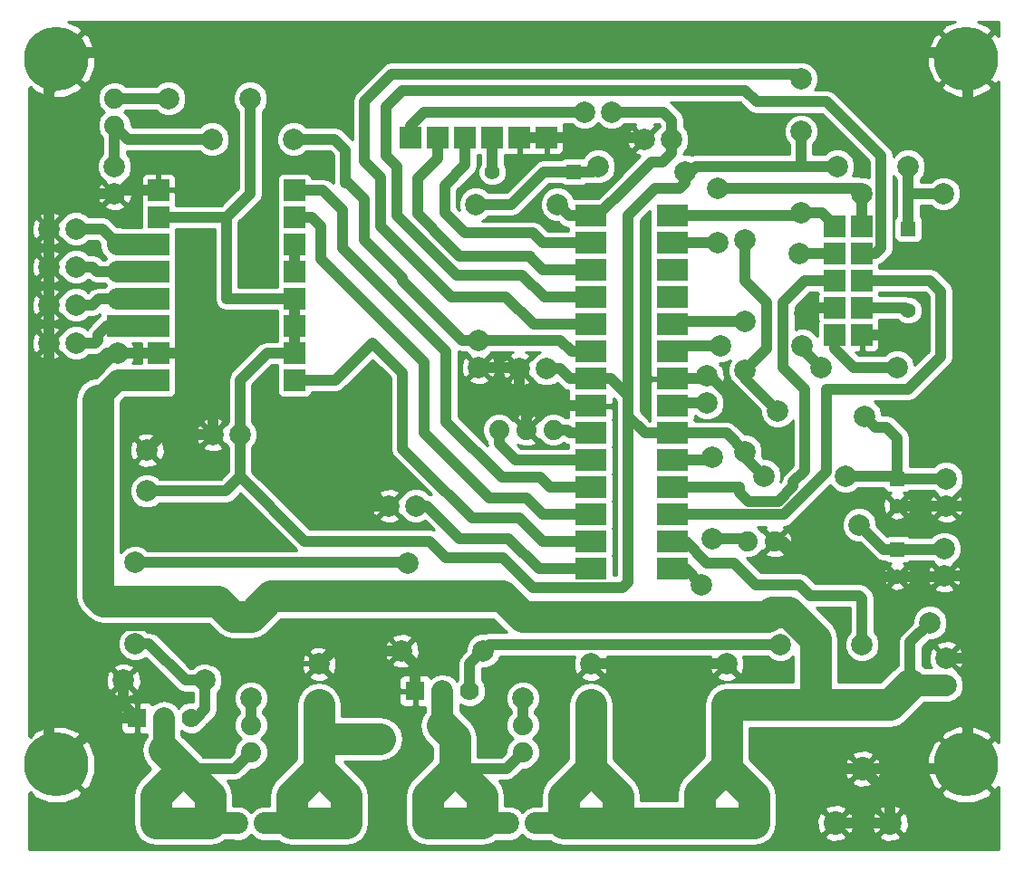
<source format=gbl>
G04 (created by PCBNEW (2013-jul-07)-stable) date Thu Nov 12 15:47:10 2015*
%MOIN*%
G04 Gerber Fmt 3.4, Leading zero omitted, Abs format*
%FSLAX34Y34*%
G01*
G70*
G90*
G04 APERTURE LIST*
%ADD10C,0.00590551*%
%ADD11R,0.11811X0.0787402*%
%ADD12R,0.0787402X0.0787402*%
%ADD13C,0.23622*%
%ADD14C,0.074*%
%ADD15C,0.0866*%
%ADD16C,0.0787402*%
%ADD17R,0.0797X0.0797*%
%ADD18C,0.0797*%
%ADD19R,0.055X0.055*%
%ADD20C,0.055*%
%ADD21C,0.07*%
%ADD22R,0.07X0.07*%
%ADD23C,0.0393701*%
%ADD24C,0.019685*%
%ADD25C,0.0787402*%
%ADD26C,0.11811*%
%ADD27C,0.01*%
G04 APERTURE END LIST*
G54D10*
G54D11*
X26125Y-13825D03*
X26125Y-14825D03*
X26125Y-15825D03*
X26125Y-16825D03*
X26125Y-17825D03*
X26125Y-18825D03*
X26125Y-19825D03*
X26125Y-20825D03*
X26125Y-21825D03*
X26125Y-22825D03*
X26125Y-23825D03*
X26125Y-24825D03*
X26125Y-25825D03*
X26125Y-12825D03*
X29125Y-25825D03*
X29125Y-24825D03*
X29125Y-23825D03*
X29125Y-22825D03*
X29125Y-21825D03*
X29125Y-20825D03*
X29125Y-19825D03*
X29125Y-18825D03*
X29125Y-17825D03*
X29125Y-16825D03*
X29125Y-15825D03*
X29125Y-14825D03*
X29125Y-13825D03*
X29125Y-12825D03*
G54D12*
X10225Y-11875D03*
X10225Y-12875D03*
X10225Y-13875D03*
X10225Y-14875D03*
X10225Y-15875D03*
X10225Y-16875D03*
X10225Y-17875D03*
X10225Y-18875D03*
X15225Y-18875D03*
X15225Y-17875D03*
X15225Y-16875D03*
X15225Y-15875D03*
X15225Y-14875D03*
X15225Y-13875D03*
X15225Y-12875D03*
X15225Y-11875D03*
G54D13*
X6472Y-7042D03*
X39937Y-7042D03*
X39937Y-33026D03*
X6472Y-33026D03*
G54D14*
X22750Y-20700D03*
X23750Y-20700D03*
X24750Y-20700D03*
X8600Y-8500D03*
X8600Y-9500D03*
X31900Y-24800D03*
X32900Y-24800D03*
G54D15*
X36125Y-33175D03*
X35125Y-35175D03*
X37125Y-35175D03*
X26125Y-33175D03*
X25125Y-35175D03*
X27125Y-35175D03*
X21125Y-33175D03*
X20125Y-35175D03*
X22125Y-35175D03*
X16125Y-33175D03*
X15125Y-35175D03*
X17125Y-35175D03*
X11125Y-33175D03*
X10125Y-35175D03*
X12125Y-35175D03*
X31125Y-33175D03*
X30125Y-35175D03*
X32125Y-35175D03*
G54D16*
X30600Y-21700D03*
X30600Y-24700D03*
X13600Y-8500D03*
X10600Y-8500D03*
X9375Y-25575D03*
X9375Y-28575D03*
X36100Y-28600D03*
X33100Y-28600D03*
X35500Y-22400D03*
X32500Y-22400D03*
X31800Y-18500D03*
X31800Y-21500D03*
X21900Y-12400D03*
X24900Y-12400D03*
X15200Y-10000D03*
X12200Y-10000D03*
G54D12*
X36100Y-17200D03*
X35100Y-17200D03*
X36100Y-16200D03*
X35100Y-16200D03*
X36100Y-15200D03*
X35100Y-15200D03*
X36100Y-14200D03*
X35100Y-14200D03*
X36100Y-13200D03*
X35100Y-13200D03*
G54D17*
X15130Y-35185D03*
G54D18*
X14130Y-35185D03*
X13130Y-35185D03*
X12130Y-35185D03*
G54D17*
X8725Y-16875D03*
G54D18*
X8725Y-15875D03*
X8725Y-14875D03*
X8725Y-13875D03*
G54D17*
X25110Y-35185D03*
G54D18*
X24110Y-35185D03*
X23110Y-35185D03*
X22110Y-35185D03*
G54D16*
X39200Y-29100D03*
X39200Y-30100D03*
X39125Y-26075D03*
X39125Y-25075D03*
X39200Y-23500D03*
X39200Y-22500D03*
X29100Y-10000D03*
X28100Y-10000D03*
X19700Y-23500D03*
X18700Y-23500D03*
X8600Y-11000D03*
X8600Y-12000D03*
G54D12*
X24500Y-9950D03*
X23500Y-9950D03*
X22500Y-9950D03*
X21500Y-9950D03*
X20500Y-9950D03*
X19500Y-9950D03*
G54D19*
X37800Y-13300D03*
G54D20*
X37800Y-16300D03*
G54D19*
X25500Y-11200D03*
G54D20*
X22500Y-11200D03*
G54D19*
X37400Y-22500D03*
G54D20*
X37400Y-23500D03*
G54D19*
X37400Y-25100D03*
G54D20*
X37400Y-26100D03*
G54D16*
X16125Y-30825D03*
X16125Y-29325D03*
X26125Y-30825D03*
X26125Y-29325D03*
X31125Y-30825D03*
X31125Y-29325D03*
X9800Y-22950D03*
X9800Y-21450D03*
X8725Y-18875D03*
X8725Y-17875D03*
X30400Y-19700D03*
X30400Y-18700D03*
X24500Y-18450D03*
X23500Y-18450D03*
X13225Y-20875D03*
X12225Y-20875D03*
X22000Y-17400D03*
X22000Y-18400D03*
X25900Y-9000D03*
X26900Y-9000D03*
G54D14*
X23625Y-31575D03*
X23625Y-32575D03*
X13625Y-31575D03*
X13625Y-32575D03*
G54D16*
X23625Y-27575D03*
X23625Y-30575D03*
X13625Y-27575D03*
X13625Y-30575D03*
X30900Y-17600D03*
X33900Y-17600D03*
X31800Y-16700D03*
X31800Y-13700D03*
X6200Y-13300D03*
X7200Y-13300D03*
X6200Y-14700D03*
X7200Y-14700D03*
X7200Y-16100D03*
X6200Y-16100D03*
X7200Y-17500D03*
X6200Y-17500D03*
X19169Y-28838D03*
X22169Y-28838D03*
X8933Y-29921D03*
X11933Y-29921D03*
X33858Y-9720D03*
X33858Y-12720D03*
X39098Y-12007D03*
X36098Y-12007D03*
G54D21*
X11433Y-31299D03*
X10433Y-31299D03*
G54D22*
X9433Y-31299D03*
G54D21*
X21669Y-30314D03*
X20669Y-30314D03*
G54D22*
X19669Y-30314D03*
G54D16*
X34600Y-18400D03*
X36200Y-20200D03*
X36000Y-24200D03*
X33000Y-20000D03*
X19400Y-25600D03*
X30200Y-26400D03*
X33070Y-32185D03*
X29429Y-32086D03*
X18200Y-19600D03*
X34600Y-24400D03*
X33000Y-21400D03*
X15600Y-23400D03*
X6200Y-24200D03*
X31400Y-6800D03*
X31400Y-10000D03*
X32200Y-10000D03*
X34000Y-16400D03*
X30600Y-10000D03*
X26600Y-9950D03*
X40000Y-17400D03*
X37600Y-17400D03*
X21800Y-19600D03*
X33858Y-7775D03*
X33800Y-14200D03*
X30800Y-13800D03*
X30800Y-11800D03*
X38600Y-27800D03*
X37400Y-18400D03*
X18375Y-32075D03*
X17625Y-26825D03*
X26400Y-11000D03*
X35200Y-11000D03*
X37800Y-11000D03*
X29600Y-11200D03*
G54D23*
X37400Y-22500D02*
X37400Y-21000D01*
X37400Y-21000D02*
X37000Y-20600D01*
X37000Y-20600D02*
X36600Y-20600D01*
X33900Y-17700D02*
X33900Y-17600D01*
X33900Y-17700D02*
X34600Y-18400D01*
X36600Y-20600D02*
X36200Y-20200D01*
X35500Y-22400D02*
X37300Y-22400D01*
X37300Y-22400D02*
X37400Y-22500D01*
X37400Y-22500D02*
X39200Y-22500D01*
X31800Y-18500D02*
X31800Y-18800D01*
X36900Y-25100D02*
X37400Y-25100D01*
X36000Y-24200D02*
X36900Y-25100D01*
X31800Y-18800D02*
X33000Y-20000D01*
X37400Y-25100D02*
X39100Y-25100D01*
X39100Y-25100D02*
X39125Y-25075D01*
X31800Y-13700D02*
X31800Y-15200D01*
X31800Y-15200D02*
X32600Y-16000D01*
X32600Y-16000D02*
X32600Y-17700D01*
X32600Y-17700D02*
X31800Y-18500D01*
X32223Y-8623D02*
X34804Y-8623D01*
X34804Y-8623D02*
X36800Y-10618D01*
X31800Y-8200D02*
X29200Y-8200D01*
X32223Y-8623D02*
X31800Y-8200D01*
X36800Y-11600D02*
X36800Y-10618D01*
X36100Y-14200D02*
X36600Y-14200D01*
X36800Y-14000D02*
X36800Y-11600D01*
X36600Y-14200D02*
X36800Y-14000D01*
X24425Y-15825D02*
X26125Y-15825D01*
X29200Y-8200D02*
X19200Y-8200D01*
X19200Y-8200D02*
X18600Y-8800D01*
X18600Y-8800D02*
X18600Y-10600D01*
X18600Y-10600D02*
X19000Y-11000D01*
X19000Y-11000D02*
X19000Y-12800D01*
X19000Y-12800D02*
X21200Y-15000D01*
X21200Y-15000D02*
X23600Y-15000D01*
X23600Y-15000D02*
X24425Y-15825D01*
X29125Y-24825D02*
X29625Y-24825D01*
X36100Y-26900D02*
X36100Y-28600D01*
X36000Y-26800D02*
X36100Y-26900D01*
X34200Y-26800D02*
X36000Y-26800D01*
X33800Y-26400D02*
X34200Y-26800D01*
X32200Y-26400D02*
X33800Y-26400D01*
X31400Y-25600D02*
X32200Y-26400D01*
X30400Y-25600D02*
X31400Y-25600D01*
X29625Y-24825D02*
X30400Y-25600D01*
X32400Y-23825D02*
X33225Y-23825D01*
X34800Y-22250D02*
X34800Y-19200D01*
X33225Y-23825D02*
X34800Y-22250D01*
X29125Y-23825D02*
X32400Y-23825D01*
X38600Y-15200D02*
X36100Y-15200D01*
X34800Y-19200D02*
X37800Y-19200D01*
X37800Y-19200D02*
X39000Y-18000D01*
X39000Y-18000D02*
X39000Y-15600D01*
X39000Y-15600D02*
X38600Y-15200D01*
X31600Y-22825D02*
X31600Y-23000D01*
X33575Y-22775D02*
X33575Y-22624D01*
X33020Y-23331D02*
X33575Y-22775D01*
X31931Y-23331D02*
X33020Y-23331D01*
X31600Y-23000D02*
X31931Y-23331D01*
X34000Y-19200D02*
X33200Y-18400D01*
X34000Y-22200D02*
X34000Y-19200D01*
X33575Y-22624D02*
X34000Y-22200D01*
X35100Y-15200D02*
X34000Y-15200D01*
X33200Y-16000D02*
X33200Y-18400D01*
X34000Y-15200D02*
X33200Y-16000D01*
X31600Y-22825D02*
X29125Y-22825D01*
X29125Y-25825D02*
X29625Y-25825D01*
X19375Y-25575D02*
X9375Y-25575D01*
X19400Y-25600D02*
X19375Y-25575D01*
X29625Y-25825D02*
X30200Y-26400D01*
X16000Y-11875D02*
X16275Y-11875D01*
X17000Y-12600D02*
X17000Y-14000D01*
X16275Y-11875D02*
X17000Y-12600D01*
X20800Y-20400D02*
X20800Y-17800D01*
X20800Y-17800D02*
X17000Y-14000D01*
X22900Y-22450D02*
X22850Y-22450D01*
X22850Y-22450D02*
X20800Y-20400D01*
X26125Y-22825D02*
X24625Y-22825D01*
X24625Y-22825D02*
X24250Y-22450D01*
X24250Y-22450D02*
X22900Y-22450D01*
X16000Y-11875D02*
X15225Y-11875D01*
X16200Y-18875D02*
X16725Y-18875D01*
X16725Y-18875D02*
X18100Y-17500D01*
X18700Y-18100D02*
X19200Y-18600D01*
X19200Y-18600D02*
X19200Y-20200D01*
X18100Y-17500D02*
X18700Y-18100D01*
X15225Y-18875D02*
X16200Y-18875D01*
X24375Y-24825D02*
X23500Y-23950D01*
X23500Y-23950D02*
X21800Y-23950D01*
X24375Y-24825D02*
X26125Y-24825D01*
X21750Y-23950D02*
X19875Y-22075D01*
X21800Y-23950D02*
X21750Y-23950D01*
X19200Y-21400D02*
X19875Y-22075D01*
X19200Y-20200D02*
X19200Y-21400D01*
X28543Y-29325D02*
X28543Y-31200D01*
X34060Y-33175D02*
X36125Y-33175D01*
X33070Y-32185D02*
X34060Y-33175D01*
X28543Y-31200D02*
X29429Y-32086D01*
X19169Y-28838D02*
X16611Y-28838D01*
X16611Y-28838D02*
X16125Y-29325D01*
X19669Y-30314D02*
X19669Y-29338D01*
X19669Y-29338D02*
X19169Y-28838D01*
X9433Y-31299D02*
X8200Y-31299D01*
X8200Y-31299D02*
X6472Y-33026D01*
X8933Y-29921D02*
X8933Y-30799D01*
X8933Y-30799D02*
X9433Y-31299D01*
G54D24*
X6750Y-29575D02*
X7025Y-29575D01*
X12175Y-29325D02*
X16125Y-29325D01*
X7025Y-29575D02*
X8600Y-28000D01*
X8600Y-28000D02*
X10850Y-28000D01*
X10850Y-28000D02*
X12175Y-29325D01*
G54D23*
X18200Y-21200D02*
X18200Y-19600D01*
X39937Y-7042D02*
X39042Y-7042D01*
X39042Y-7042D02*
X38800Y-6800D01*
X40000Y-8400D02*
X40000Y-7105D01*
X40000Y-7105D02*
X39937Y-7042D01*
X40000Y-31200D02*
X40000Y-32963D01*
X40000Y-32963D02*
X39937Y-33026D01*
X39200Y-29100D02*
X40000Y-29100D01*
X40000Y-29100D02*
X40000Y-29200D01*
X36125Y-33175D02*
X39788Y-33175D01*
X39788Y-33175D02*
X39937Y-33026D01*
X6200Y-29575D02*
X6200Y-32754D01*
X6200Y-32754D02*
X6472Y-33026D01*
X6472Y-7042D02*
X6472Y-7927D01*
X6472Y-7927D02*
X6200Y-8200D01*
X6472Y-7042D02*
X7357Y-7042D01*
X7600Y-6800D02*
X6472Y-7042D01*
X7357Y-7042D02*
X7600Y-6800D01*
X36125Y-33175D02*
X39375Y-33175D01*
X39375Y-33175D02*
X39400Y-33200D01*
X40000Y-26075D02*
X40000Y-29200D01*
X40000Y-29200D02*
X40000Y-31075D01*
X40000Y-31075D02*
X40000Y-31200D01*
X40000Y-31200D02*
X40000Y-31075D01*
X40000Y-23500D02*
X40000Y-26075D01*
X40000Y-26075D02*
X40000Y-26000D01*
X40000Y-26000D02*
X40000Y-26075D01*
X40000Y-17400D02*
X40000Y-23500D01*
X40000Y-23500D02*
X40000Y-23600D01*
X40000Y-23600D02*
X40000Y-23500D01*
X40000Y-17400D02*
X40000Y-8400D01*
X40000Y-8400D02*
X40000Y-8200D01*
X31400Y-6800D02*
X38800Y-6800D01*
X31400Y-6800D02*
X7400Y-6800D01*
X6200Y-24200D02*
X6200Y-29575D01*
X6200Y-29575D02*
X6200Y-29600D01*
X6200Y-29600D02*
X6200Y-29575D01*
X6200Y-18600D02*
X6200Y-24200D01*
X6200Y-17500D02*
X6200Y-18600D01*
X6200Y-12000D02*
X6200Y-8200D01*
X6200Y-8200D02*
X6200Y-8000D01*
X6200Y-13300D02*
X6200Y-12000D01*
X24500Y-9950D02*
X23500Y-9950D01*
X32200Y-20400D02*
X32200Y-20600D01*
X30500Y-18700D02*
X32200Y-20400D01*
X30400Y-18700D02*
X30500Y-18700D01*
X34000Y-25000D02*
X34000Y-25600D01*
X34600Y-24400D02*
X34000Y-25000D01*
X32200Y-20600D02*
X33000Y-21400D01*
X39200Y-23500D02*
X40000Y-23500D01*
X37400Y-23500D02*
X39200Y-23500D01*
X39125Y-26075D02*
X40000Y-26075D01*
X37400Y-26100D02*
X39100Y-26100D01*
X39100Y-26100D02*
X39125Y-26075D01*
X32900Y-24800D02*
X33200Y-24800D01*
X33200Y-24800D02*
X34000Y-25600D01*
X34500Y-26100D02*
X37400Y-26100D01*
X34000Y-25600D02*
X34500Y-26100D01*
X18700Y-23500D02*
X15700Y-23500D01*
X15700Y-23500D02*
X15600Y-23400D01*
X31400Y-10000D02*
X30600Y-10000D01*
X32200Y-10000D02*
X31400Y-10000D01*
X35100Y-16200D02*
X34200Y-16200D01*
X34200Y-16200D02*
X34000Y-16400D01*
X36100Y-17200D02*
X37400Y-17200D01*
X37400Y-17200D02*
X37600Y-17400D01*
X24225Y-19825D02*
X22025Y-19825D01*
X18500Y-23500D02*
X18700Y-23500D01*
X18200Y-23200D02*
X18500Y-23500D01*
X18200Y-21200D02*
X18200Y-23200D01*
X22025Y-19825D02*
X21800Y-19600D01*
X24500Y-9950D02*
X26600Y-9950D01*
X26600Y-9950D02*
X28050Y-9950D01*
X28050Y-9950D02*
X28100Y-10000D01*
X12225Y-20875D02*
X10375Y-20875D01*
X10375Y-20875D02*
X9800Y-21450D01*
X29125Y-18825D02*
X30275Y-18825D01*
X30275Y-18825D02*
X30400Y-18700D01*
X7600Y-18600D02*
X6200Y-18600D01*
X8325Y-17875D02*
X7600Y-18600D01*
X8725Y-17875D02*
X8325Y-17875D01*
X22000Y-18400D02*
X23450Y-18400D01*
X23450Y-18400D02*
X23500Y-18450D01*
X23500Y-18450D02*
X23500Y-19100D01*
X23500Y-19100D02*
X24225Y-19825D01*
X8600Y-12000D02*
X6200Y-12000D01*
X6200Y-16100D02*
X6200Y-17500D01*
X6200Y-14700D02*
X6200Y-16100D01*
X6200Y-13300D02*
X6200Y-14700D01*
X10225Y-11875D02*
X8725Y-11875D01*
X8725Y-11875D02*
X8600Y-12000D01*
X6750Y-29575D02*
X6200Y-29575D01*
X23750Y-20700D02*
X23750Y-20200D01*
X24125Y-19825D02*
X24225Y-19825D01*
X24225Y-19825D02*
X26125Y-19825D01*
X23750Y-20200D02*
X24125Y-19825D01*
X12225Y-20875D02*
X12225Y-18875D01*
X11225Y-17875D02*
X10225Y-17875D01*
X12225Y-18875D02*
X11225Y-17875D01*
X37125Y-35175D02*
X37125Y-34175D01*
X37125Y-34175D02*
X36125Y-33175D01*
X6750Y-29575D02*
X6625Y-29575D01*
X31125Y-29325D02*
X28543Y-29325D01*
X28543Y-29325D02*
X26125Y-29325D01*
X10225Y-17875D02*
X8725Y-17875D01*
X37125Y-35175D02*
X35125Y-35175D01*
X32480Y-7600D02*
X33682Y-7600D01*
X33682Y-7600D02*
X33858Y-7775D01*
X33800Y-14200D02*
X35100Y-14200D01*
X29600Y-7600D02*
X32480Y-7600D01*
X17800Y-9400D02*
X17800Y-8600D01*
X24025Y-16825D02*
X23000Y-15800D01*
X23000Y-15800D02*
X21000Y-15800D01*
X21000Y-15800D02*
X18400Y-13200D01*
X18400Y-13200D02*
X18400Y-11400D01*
X18400Y-11400D02*
X17800Y-10800D01*
X17800Y-10800D02*
X17800Y-9400D01*
X26125Y-16825D02*
X24025Y-16825D01*
X18800Y-7600D02*
X29600Y-7600D01*
X17800Y-8600D02*
X18800Y-7600D01*
X22750Y-20700D02*
X22750Y-21200D01*
X23375Y-21825D02*
X26125Y-21825D01*
X22750Y-21200D02*
X23375Y-21825D01*
X26125Y-25825D02*
X24225Y-25825D01*
X20100Y-23500D02*
X19700Y-23500D01*
X21300Y-24700D02*
X20100Y-23500D01*
X23100Y-24700D02*
X21300Y-24700D01*
X24225Y-25825D02*
X23100Y-24700D01*
X28750Y-10850D02*
X28350Y-10850D01*
X28350Y-10850D02*
X27500Y-11700D01*
X29100Y-10000D02*
X29100Y-10500D01*
X29100Y-10500D02*
X28750Y-10850D01*
X26375Y-12825D02*
X26125Y-12825D01*
X27500Y-11700D02*
X26375Y-12825D01*
X26900Y-9000D02*
X28800Y-9000D01*
X29100Y-9300D02*
X29100Y-10000D01*
X28800Y-9000D02*
X29100Y-9300D01*
X26125Y-12825D02*
X25325Y-12825D01*
X25325Y-12825D02*
X24900Y-12400D01*
X25900Y-9000D02*
X20000Y-9000D01*
X19500Y-9500D02*
X19500Y-9950D01*
X20000Y-9000D02*
X19500Y-9500D01*
X15225Y-14875D02*
X15225Y-13875D01*
X30400Y-19700D02*
X29250Y-19700D01*
X29250Y-19700D02*
X29125Y-19825D01*
X24750Y-20700D02*
X25250Y-20700D01*
X25375Y-20825D02*
X26125Y-20825D01*
X25250Y-20700D02*
X25375Y-20825D01*
X36100Y-16200D02*
X37700Y-16200D01*
X37700Y-16200D02*
X37800Y-16300D01*
X30600Y-24700D02*
X31800Y-24700D01*
X31800Y-24700D02*
X31900Y-24800D01*
X29125Y-21825D02*
X30475Y-21825D01*
X30475Y-21825D02*
X30600Y-21700D01*
X10600Y-8500D02*
X8600Y-8500D01*
X8725Y-16875D02*
X8325Y-16875D01*
X7900Y-17500D02*
X7200Y-17500D01*
X8000Y-17400D02*
X7900Y-17500D01*
X8000Y-17200D02*
X8000Y-17400D01*
X8325Y-16875D02*
X8000Y-17200D01*
G54D25*
X8725Y-16875D02*
X10225Y-16875D01*
G54D23*
X7200Y-13300D02*
X8150Y-13300D01*
X8150Y-13300D02*
X8725Y-13875D01*
G54D25*
X10225Y-13875D02*
X8725Y-13875D01*
G54D23*
X13625Y-31575D02*
X13625Y-30575D01*
X23625Y-31575D02*
X23625Y-30575D01*
X33100Y-28600D02*
X22407Y-28600D01*
X22407Y-28600D02*
X22169Y-28838D01*
X21669Y-30314D02*
X21669Y-29314D01*
X22342Y-28641D02*
X22169Y-28838D01*
X21669Y-29314D02*
X22342Y-28641D01*
X9375Y-28575D02*
X9874Y-28575D01*
X11220Y-29921D02*
X11933Y-29921D01*
X9874Y-28575D02*
X11220Y-29921D01*
X11433Y-31299D02*
X11614Y-31299D01*
X11933Y-30980D02*
X11933Y-29921D01*
X11614Y-31299D02*
X11933Y-30980D01*
X30900Y-17600D02*
X29350Y-17600D01*
X29350Y-17600D02*
X29125Y-17825D01*
X31800Y-16700D02*
X29250Y-16700D01*
X29250Y-16700D02*
X29125Y-16825D01*
X12200Y-10000D02*
X9100Y-10000D01*
X9100Y-10000D02*
X8600Y-9500D01*
X8600Y-11000D02*
X8600Y-9500D01*
X7200Y-14700D02*
X7800Y-14700D01*
X7975Y-14875D02*
X8725Y-14875D01*
X7800Y-14700D02*
X7975Y-14875D01*
G54D25*
X8725Y-14875D02*
X10225Y-14875D01*
G54D23*
X7200Y-16100D02*
X7800Y-16100D01*
X8025Y-15875D02*
X8725Y-15875D01*
X7800Y-16100D02*
X8025Y-15875D01*
G54D25*
X10225Y-15875D02*
X8725Y-15875D01*
X20669Y-30314D02*
X20669Y-31594D01*
G54D26*
X21125Y-32050D02*
X20669Y-31594D01*
X21125Y-32050D02*
X21125Y-33175D01*
G54D23*
X21125Y-33175D02*
X23025Y-33175D01*
X23025Y-33175D02*
X23625Y-32575D01*
G54D26*
X20125Y-35175D02*
X20125Y-34175D01*
X20125Y-34175D02*
X21125Y-33175D01*
X22125Y-35175D02*
X22125Y-34175D01*
X22125Y-34175D02*
X21125Y-33175D01*
X22125Y-35175D02*
X20125Y-35175D01*
G54D25*
X23110Y-35185D02*
X22135Y-35185D01*
X22135Y-35185D02*
X22125Y-35175D01*
G54D26*
X11125Y-33175D02*
X10433Y-32483D01*
G54D25*
X10433Y-31299D02*
X10433Y-32483D01*
G54D23*
X11125Y-33175D02*
X13025Y-33175D01*
X13025Y-33175D02*
X13625Y-32575D01*
G54D25*
X12125Y-35175D02*
X13120Y-35175D01*
X13120Y-35175D02*
X13130Y-35185D01*
G54D26*
X12125Y-35175D02*
X12125Y-34175D01*
X12125Y-34175D02*
X11125Y-33175D01*
X10125Y-35175D02*
X10125Y-34175D01*
X10125Y-34175D02*
X11125Y-33175D01*
X12125Y-35175D02*
X10125Y-35175D01*
G54D23*
X20900Y-13900D02*
X21300Y-14300D01*
X23900Y-14300D02*
X23900Y-14350D01*
X23850Y-14300D02*
X23900Y-14300D01*
X21300Y-14300D02*
X23850Y-14300D01*
X19750Y-12200D02*
X19750Y-12750D01*
X19750Y-12750D02*
X20900Y-13900D01*
X20500Y-10700D02*
X19750Y-11450D01*
X19750Y-11450D02*
X19750Y-12200D01*
X26125Y-14825D02*
X25000Y-14825D01*
X25000Y-14825D02*
X24375Y-14825D01*
X24375Y-14825D02*
X23900Y-14350D01*
X20500Y-10700D02*
X20500Y-9950D01*
X21500Y-9950D02*
X21500Y-10950D01*
X24375Y-13825D02*
X26125Y-13825D01*
X24000Y-13450D02*
X24375Y-13825D01*
X21500Y-13450D02*
X24000Y-13450D01*
X20750Y-12700D02*
X21500Y-13450D01*
X20750Y-11700D02*
X20750Y-12700D01*
X21500Y-10950D02*
X20750Y-11700D01*
X22500Y-9950D02*
X22500Y-11200D01*
X29125Y-12825D02*
X33753Y-12825D01*
X33753Y-12825D02*
X33858Y-12720D01*
X33858Y-12720D02*
X34620Y-12720D01*
X34620Y-12720D02*
X34725Y-12825D01*
X34725Y-12825D02*
X35100Y-13200D01*
X34725Y-12825D02*
X35100Y-13200D01*
X36098Y-12007D02*
X36098Y-11898D01*
X36098Y-11898D02*
X36000Y-11800D01*
X36098Y-12007D02*
X36098Y-13198D01*
X36098Y-13198D02*
X36100Y-13200D01*
X30775Y-13825D02*
X29125Y-13825D01*
X30800Y-13800D02*
X30775Y-13825D01*
X36000Y-11800D02*
X30800Y-11800D01*
X15225Y-12875D02*
X15875Y-12875D01*
X22500Y-23200D02*
X23750Y-23200D01*
X23750Y-23200D02*
X24375Y-23825D01*
X24375Y-23825D02*
X26125Y-23825D01*
X22400Y-23200D02*
X20300Y-21100D01*
X22500Y-23200D02*
X22400Y-23200D01*
X20000Y-20800D02*
X20300Y-21100D01*
X20000Y-18200D02*
X20000Y-20800D01*
X16200Y-14400D02*
X20000Y-18200D01*
X16200Y-13200D02*
X16200Y-14400D01*
X15875Y-12875D02*
X16200Y-13200D01*
X17100Y-11600D02*
X17200Y-11600D01*
X17800Y-12200D02*
X17800Y-13700D01*
X17200Y-11600D02*
X17800Y-12200D01*
X22000Y-17400D02*
X25000Y-17400D01*
X25425Y-17825D02*
X26125Y-17825D01*
X25000Y-17400D02*
X25425Y-17825D01*
X19200Y-15100D02*
X19200Y-15200D01*
X16700Y-10000D02*
X17100Y-10400D01*
X17100Y-10400D02*
X17100Y-11600D01*
X17800Y-13700D02*
X19200Y-15100D01*
X15200Y-10000D02*
X16700Y-10000D01*
X21400Y-17400D02*
X22000Y-17400D01*
X19200Y-15200D02*
X21400Y-17400D01*
G54D26*
X34400Y-28400D02*
X34400Y-30825D01*
X32625Y-27575D02*
X32800Y-27400D01*
X32800Y-27400D02*
X33400Y-27400D01*
X33400Y-27400D02*
X34400Y-28400D01*
X23625Y-27575D02*
X32625Y-27575D01*
X34400Y-30825D02*
X34375Y-30825D01*
G54D25*
X39200Y-30100D02*
X37900Y-30100D01*
X37900Y-30100D02*
X37875Y-30075D01*
G54D23*
X37875Y-28525D02*
X37875Y-30075D01*
X38600Y-27800D02*
X37875Y-28525D01*
X35100Y-17700D02*
X35800Y-18400D01*
X35800Y-18400D02*
X37400Y-18400D01*
X35100Y-17200D02*
X35100Y-17700D01*
G54D26*
X13625Y-27575D02*
X12975Y-27575D01*
G54D25*
X8000Y-19600D02*
X8725Y-18875D01*
G54D26*
X8000Y-26800D02*
X8000Y-19600D01*
X8200Y-27000D02*
X8000Y-26800D01*
X12400Y-27000D02*
X8200Y-27000D01*
X12975Y-27575D02*
X12400Y-27000D01*
X34375Y-30825D02*
X37125Y-30825D01*
X37125Y-30825D02*
X37875Y-30075D01*
X34375Y-30825D02*
X33125Y-30825D01*
X32200Y-30825D02*
X31125Y-30825D01*
X33125Y-30825D02*
X32200Y-30825D01*
G54D25*
X37875Y-30075D02*
X37750Y-30200D01*
G54D26*
X16125Y-32075D02*
X18375Y-32075D01*
X23625Y-27575D02*
X22875Y-26825D01*
X22875Y-26825D02*
X17625Y-26825D01*
X17625Y-26825D02*
X14375Y-26825D01*
X14375Y-26825D02*
X13625Y-27575D01*
G54D25*
X10225Y-18875D02*
X8725Y-18875D01*
G54D26*
X16125Y-33175D02*
X16125Y-32075D01*
X16125Y-32075D02*
X16125Y-30825D01*
X26125Y-33175D02*
X26125Y-30825D01*
X31125Y-33175D02*
X31125Y-30825D01*
G54D25*
X14130Y-35185D02*
X15115Y-35185D01*
X15115Y-35185D02*
X15125Y-35175D01*
G54D26*
X15125Y-35175D02*
X15125Y-34175D01*
X15125Y-34175D02*
X16125Y-33175D01*
X17125Y-35175D02*
X17125Y-34175D01*
X17125Y-34175D02*
X16125Y-33175D01*
X17125Y-35175D02*
X15125Y-35175D01*
G54D25*
X24110Y-35185D02*
X25115Y-35185D01*
X25115Y-35185D02*
X25125Y-35175D01*
G54D26*
X25125Y-35175D02*
X25125Y-34175D01*
X25125Y-34175D02*
X26125Y-33175D01*
X27125Y-35175D02*
X27125Y-34175D01*
X27125Y-34175D02*
X26125Y-33175D01*
X27125Y-35175D02*
X25125Y-35175D01*
X30125Y-35175D02*
X27125Y-35175D01*
X32125Y-35175D02*
X32125Y-34175D01*
X32125Y-34175D02*
X31125Y-33175D01*
X32125Y-35175D02*
X30125Y-35175D01*
X30125Y-35175D02*
X30125Y-34075D01*
X31025Y-33175D02*
X31125Y-33175D01*
X30125Y-34075D02*
X31025Y-33175D01*
G54D23*
X33858Y-9720D02*
X33858Y-11000D01*
X33858Y-11000D02*
X33858Y-10925D01*
X33858Y-10925D02*
X33858Y-11000D01*
X39098Y-12007D02*
X37800Y-12007D01*
X37800Y-12007D02*
X37795Y-12007D01*
X37795Y-12007D02*
X37800Y-12007D01*
X29600Y-11200D02*
X29600Y-11600D01*
X29400Y-11800D02*
X28500Y-11800D01*
X29600Y-11600D02*
X29400Y-11800D01*
X27500Y-12800D02*
X27500Y-13500D01*
X28500Y-11800D02*
X27500Y-12800D01*
X31800Y-21500D02*
X31800Y-21700D01*
X31800Y-21700D02*
X32500Y-22400D01*
X29125Y-20825D02*
X31125Y-20825D01*
X31125Y-20825D02*
X31800Y-21500D01*
X25500Y-11200D02*
X26200Y-11200D01*
X26200Y-11200D02*
X26400Y-11000D01*
X9800Y-22950D02*
X12700Y-22950D01*
X12700Y-22950D02*
X13225Y-22425D01*
X29600Y-11200D02*
X29800Y-11200D01*
X29800Y-11200D02*
X30000Y-11000D01*
X30000Y-11000D02*
X33858Y-11000D01*
X33858Y-11000D02*
X35200Y-11000D01*
X37800Y-11000D02*
X37800Y-12007D01*
X37800Y-12007D02*
X37800Y-13300D01*
X20200Y-24800D02*
X15600Y-24800D01*
X27500Y-26300D02*
X27300Y-26500D01*
X27300Y-26500D02*
X24000Y-26500D01*
X24000Y-26500D02*
X22900Y-25400D01*
X22900Y-25400D02*
X20800Y-25400D01*
X20800Y-25400D02*
X20200Y-24800D01*
X27500Y-20200D02*
X27500Y-26300D01*
X13225Y-22425D02*
X13225Y-20875D01*
X15600Y-24800D02*
X13225Y-22425D01*
X13600Y-8500D02*
X13600Y-12000D01*
X13600Y-12000D02*
X12725Y-12875D01*
X25500Y-11200D02*
X24400Y-11200D01*
X23200Y-12400D02*
X21900Y-12400D01*
X24400Y-11200D02*
X23200Y-12400D01*
X24500Y-18450D02*
X25000Y-18450D01*
X25375Y-18825D02*
X26125Y-18825D01*
X25000Y-18450D02*
X25375Y-18825D01*
X27500Y-13500D02*
X27500Y-19700D01*
X29125Y-20825D02*
X28125Y-20825D01*
X28125Y-20825D02*
X27500Y-20200D01*
X27500Y-20200D02*
X27500Y-19700D01*
X26875Y-18825D02*
X26125Y-18825D01*
X27500Y-19700D02*
X27500Y-19450D01*
X27500Y-19450D02*
X26875Y-18825D01*
X15225Y-15875D02*
X12725Y-15875D01*
X12725Y-12875D02*
X10225Y-12875D01*
X12725Y-15875D02*
X12725Y-12875D01*
X15225Y-16875D02*
X15225Y-15875D01*
X15225Y-17875D02*
X15225Y-16875D01*
X13225Y-20875D02*
X13225Y-18875D01*
X14225Y-17875D02*
X15225Y-17875D01*
X13225Y-18875D02*
X14225Y-17875D01*
G54D10*
G36*
X15302Y-25128D02*
X9838Y-25128D01*
X9740Y-25029D01*
X9503Y-24931D01*
X9247Y-24931D01*
X9010Y-25028D01*
X8840Y-25198D01*
X8840Y-19669D01*
X8991Y-19518D01*
X9831Y-19518D01*
X9880Y-19518D01*
X10668Y-19518D01*
X10760Y-19480D01*
X10830Y-19410D01*
X10868Y-19318D01*
X10868Y-19219D01*
X10868Y-18431D01*
X10845Y-18375D01*
X10868Y-18318D01*
X10868Y-17987D01*
X10806Y-17925D01*
X10275Y-17925D01*
X10275Y-17932D01*
X10175Y-17932D01*
X10175Y-17925D01*
X9643Y-17925D01*
X9581Y-17987D01*
X9581Y-18231D01*
X9251Y-18231D01*
X9283Y-18219D01*
X9372Y-17979D01*
X9363Y-17723D01*
X9283Y-17530D01*
X9251Y-17518D01*
X9581Y-17518D01*
X9581Y-17762D01*
X9643Y-17825D01*
X10175Y-17825D01*
X10175Y-17817D01*
X10275Y-17817D01*
X10275Y-17825D01*
X10806Y-17825D01*
X10868Y-17762D01*
X10868Y-17431D01*
X10845Y-17374D01*
X10868Y-17318D01*
X10868Y-17219D01*
X10868Y-16431D01*
X10845Y-16374D01*
X10868Y-16318D01*
X10868Y-16219D01*
X10868Y-15431D01*
X10845Y-15374D01*
X10868Y-15318D01*
X10868Y-15219D01*
X10868Y-14431D01*
X10845Y-14374D01*
X10868Y-14318D01*
X10868Y-14219D01*
X10868Y-13431D01*
X10845Y-13374D01*
X10867Y-13321D01*
X12278Y-13321D01*
X12278Y-15875D01*
X12312Y-16046D01*
X12409Y-16190D01*
X12553Y-16287D01*
X12725Y-16321D01*
X14582Y-16321D01*
X14604Y-16375D01*
X14581Y-16431D01*
X14581Y-16530D01*
X14581Y-17318D01*
X14604Y-17375D01*
X14582Y-17428D01*
X14225Y-17428D01*
X14053Y-17462D01*
X13909Y-17559D01*
X12909Y-18559D01*
X12812Y-18703D01*
X12778Y-18875D01*
X12778Y-20411D01*
X12692Y-20497D01*
X12678Y-20491D01*
X12608Y-20562D01*
X12608Y-20421D01*
X12569Y-20316D01*
X12329Y-20227D01*
X12073Y-20236D01*
X11880Y-20316D01*
X11841Y-20421D01*
X12225Y-20804D01*
X12608Y-20421D01*
X12608Y-20562D01*
X12295Y-20875D01*
X12678Y-21258D01*
X12692Y-21252D01*
X12778Y-21338D01*
X12778Y-22239D01*
X12608Y-22410D01*
X12608Y-21328D01*
X12225Y-20945D01*
X12154Y-21016D01*
X12154Y-20875D01*
X11771Y-20491D01*
X11666Y-20530D01*
X11577Y-20770D01*
X11586Y-21026D01*
X11666Y-21219D01*
X11771Y-21258D01*
X12154Y-20875D01*
X12154Y-21016D01*
X11841Y-21328D01*
X11880Y-21433D01*
X12120Y-21522D01*
X12376Y-21513D01*
X12569Y-21433D01*
X12608Y-21328D01*
X12608Y-22410D01*
X12514Y-22503D01*
X10447Y-22503D01*
X10447Y-21554D01*
X10438Y-21298D01*
X10358Y-21105D01*
X10253Y-21066D01*
X10183Y-21137D01*
X10183Y-20996D01*
X10144Y-20891D01*
X9904Y-20802D01*
X9648Y-20811D01*
X9455Y-20891D01*
X9416Y-20996D01*
X9800Y-21379D01*
X10183Y-20996D01*
X10183Y-21137D01*
X9870Y-21450D01*
X10253Y-21833D01*
X10358Y-21794D01*
X10447Y-21554D01*
X10447Y-22503D01*
X10263Y-22503D01*
X10183Y-22422D01*
X10183Y-21903D01*
X9800Y-21520D01*
X9729Y-21591D01*
X9729Y-21450D01*
X9346Y-21066D01*
X9241Y-21105D01*
X9152Y-21345D01*
X9161Y-21601D01*
X9241Y-21794D01*
X9346Y-21833D01*
X9729Y-21450D01*
X9729Y-21591D01*
X9416Y-21903D01*
X9455Y-22008D01*
X9695Y-22097D01*
X9951Y-22088D01*
X10144Y-22008D01*
X10183Y-21903D01*
X10183Y-22422D01*
X10165Y-22404D01*
X9928Y-22306D01*
X9672Y-22306D01*
X9435Y-22403D01*
X9254Y-22584D01*
X9156Y-22821D01*
X9156Y-23077D01*
X9253Y-23314D01*
X9434Y-23495D01*
X9671Y-23593D01*
X9927Y-23593D01*
X10164Y-23496D01*
X10263Y-23396D01*
X12700Y-23396D01*
X12871Y-23362D01*
X12871Y-23362D01*
X13015Y-23265D01*
X13225Y-23056D01*
X15284Y-25115D01*
X15302Y-25128D01*
X15302Y-25128D01*
G37*
G54D27*
X15302Y-25128D02*
X9838Y-25128D01*
X9740Y-25029D01*
X9503Y-24931D01*
X9247Y-24931D01*
X9010Y-25028D01*
X8840Y-25198D01*
X8840Y-19669D01*
X8991Y-19518D01*
X9831Y-19518D01*
X9880Y-19518D01*
X10668Y-19518D01*
X10760Y-19480D01*
X10830Y-19410D01*
X10868Y-19318D01*
X10868Y-19219D01*
X10868Y-18431D01*
X10845Y-18375D01*
X10868Y-18318D01*
X10868Y-17987D01*
X10806Y-17925D01*
X10275Y-17925D01*
X10275Y-17932D01*
X10175Y-17932D01*
X10175Y-17925D01*
X9643Y-17925D01*
X9581Y-17987D01*
X9581Y-18231D01*
X9251Y-18231D01*
X9283Y-18219D01*
X9372Y-17979D01*
X9363Y-17723D01*
X9283Y-17530D01*
X9251Y-17518D01*
X9581Y-17518D01*
X9581Y-17762D01*
X9643Y-17825D01*
X10175Y-17825D01*
X10175Y-17817D01*
X10275Y-17817D01*
X10275Y-17825D01*
X10806Y-17825D01*
X10868Y-17762D01*
X10868Y-17431D01*
X10845Y-17374D01*
X10868Y-17318D01*
X10868Y-17219D01*
X10868Y-16431D01*
X10845Y-16374D01*
X10868Y-16318D01*
X10868Y-16219D01*
X10868Y-15431D01*
X10845Y-15374D01*
X10868Y-15318D01*
X10868Y-15219D01*
X10868Y-14431D01*
X10845Y-14374D01*
X10868Y-14318D01*
X10868Y-14219D01*
X10868Y-13431D01*
X10845Y-13374D01*
X10867Y-13321D01*
X12278Y-13321D01*
X12278Y-15875D01*
X12312Y-16046D01*
X12409Y-16190D01*
X12553Y-16287D01*
X12725Y-16321D01*
X14582Y-16321D01*
X14604Y-16375D01*
X14581Y-16431D01*
X14581Y-16530D01*
X14581Y-17318D01*
X14604Y-17375D01*
X14582Y-17428D01*
X14225Y-17428D01*
X14053Y-17462D01*
X13909Y-17559D01*
X12909Y-18559D01*
X12812Y-18703D01*
X12778Y-18875D01*
X12778Y-20411D01*
X12692Y-20497D01*
X12678Y-20491D01*
X12608Y-20562D01*
X12608Y-20421D01*
X12569Y-20316D01*
X12329Y-20227D01*
X12073Y-20236D01*
X11880Y-20316D01*
X11841Y-20421D01*
X12225Y-20804D01*
X12608Y-20421D01*
X12608Y-20562D01*
X12295Y-20875D01*
X12678Y-21258D01*
X12692Y-21252D01*
X12778Y-21338D01*
X12778Y-22239D01*
X12608Y-22410D01*
X12608Y-21328D01*
X12225Y-20945D01*
X12154Y-21016D01*
X12154Y-20875D01*
X11771Y-20491D01*
X11666Y-20530D01*
X11577Y-20770D01*
X11586Y-21026D01*
X11666Y-21219D01*
X11771Y-21258D01*
X12154Y-20875D01*
X12154Y-21016D01*
X11841Y-21328D01*
X11880Y-21433D01*
X12120Y-21522D01*
X12376Y-21513D01*
X12569Y-21433D01*
X12608Y-21328D01*
X12608Y-22410D01*
X12514Y-22503D01*
X10447Y-22503D01*
X10447Y-21554D01*
X10438Y-21298D01*
X10358Y-21105D01*
X10253Y-21066D01*
X10183Y-21137D01*
X10183Y-20996D01*
X10144Y-20891D01*
X9904Y-20802D01*
X9648Y-20811D01*
X9455Y-20891D01*
X9416Y-20996D01*
X9800Y-21379D01*
X10183Y-20996D01*
X10183Y-21137D01*
X9870Y-21450D01*
X10253Y-21833D01*
X10358Y-21794D01*
X10447Y-21554D01*
X10447Y-22503D01*
X10263Y-22503D01*
X10183Y-22422D01*
X10183Y-21903D01*
X9800Y-21520D01*
X9729Y-21591D01*
X9729Y-21450D01*
X9346Y-21066D01*
X9241Y-21105D01*
X9152Y-21345D01*
X9161Y-21601D01*
X9241Y-21794D01*
X9346Y-21833D01*
X9729Y-21450D01*
X9729Y-21591D01*
X9416Y-21903D01*
X9455Y-22008D01*
X9695Y-22097D01*
X9951Y-22088D01*
X10144Y-22008D01*
X10183Y-21903D01*
X10183Y-22422D01*
X10165Y-22404D01*
X9928Y-22306D01*
X9672Y-22306D01*
X9435Y-22403D01*
X9254Y-22584D01*
X9156Y-22821D01*
X9156Y-23077D01*
X9253Y-23314D01*
X9434Y-23495D01*
X9671Y-23593D01*
X9927Y-23593D01*
X10164Y-23496D01*
X10263Y-23396D01*
X12700Y-23396D01*
X12871Y-23362D01*
X12871Y-23362D01*
X13015Y-23265D01*
X13225Y-23056D01*
X15284Y-25115D01*
X15302Y-25128D01*
G54D10*
G36*
X20351Y-24383D02*
X20200Y-24353D01*
X19083Y-24353D01*
X19083Y-23953D01*
X18700Y-23570D01*
X18629Y-23641D01*
X18629Y-23500D01*
X18246Y-23116D01*
X18141Y-23155D01*
X18052Y-23395D01*
X18061Y-23651D01*
X18141Y-23844D01*
X18246Y-23883D01*
X18629Y-23500D01*
X18629Y-23641D01*
X18316Y-23953D01*
X18355Y-24058D01*
X18595Y-24147D01*
X18851Y-24138D01*
X19044Y-24058D01*
X19083Y-23953D01*
X19083Y-24353D01*
X15785Y-24353D01*
X13671Y-22239D01*
X13671Y-21338D01*
X13770Y-21240D01*
X13868Y-21003D01*
X13868Y-20747D01*
X13771Y-20510D01*
X13671Y-20411D01*
X13671Y-19060D01*
X14410Y-18321D01*
X14582Y-18321D01*
X14604Y-18375D01*
X14581Y-18431D01*
X14581Y-18530D01*
X14581Y-19318D01*
X14619Y-19410D01*
X14689Y-19480D01*
X14781Y-19518D01*
X14880Y-19518D01*
X15668Y-19518D01*
X15760Y-19480D01*
X15830Y-19410D01*
X15867Y-19321D01*
X16200Y-19321D01*
X16725Y-19321D01*
X16896Y-19287D01*
X16896Y-19287D01*
X17040Y-19190D01*
X18100Y-18131D01*
X18384Y-18415D01*
X18384Y-18415D01*
X18384Y-18415D01*
X18753Y-18785D01*
X18753Y-20200D01*
X18753Y-21400D01*
X18787Y-21571D01*
X18884Y-21715D01*
X19559Y-22390D01*
X20251Y-23083D01*
X20179Y-23068D01*
X20065Y-22954D01*
X19828Y-22856D01*
X19572Y-22856D01*
X19335Y-22953D01*
X19167Y-23122D01*
X19153Y-23116D01*
X19083Y-23187D01*
X19083Y-23046D01*
X19044Y-22941D01*
X18804Y-22852D01*
X18548Y-22861D01*
X18355Y-22941D01*
X18316Y-23046D01*
X18700Y-23429D01*
X19083Y-23046D01*
X19083Y-23187D01*
X18770Y-23500D01*
X19153Y-23883D01*
X19167Y-23877D01*
X19334Y-24045D01*
X19571Y-24143D01*
X19827Y-24143D01*
X20028Y-24060D01*
X20351Y-24383D01*
X20351Y-24383D01*
G37*
G54D27*
X20351Y-24383D02*
X20200Y-24353D01*
X19083Y-24353D01*
X19083Y-23953D01*
X18700Y-23570D01*
X18629Y-23641D01*
X18629Y-23500D01*
X18246Y-23116D01*
X18141Y-23155D01*
X18052Y-23395D01*
X18061Y-23651D01*
X18141Y-23844D01*
X18246Y-23883D01*
X18629Y-23500D01*
X18629Y-23641D01*
X18316Y-23953D01*
X18355Y-24058D01*
X18595Y-24147D01*
X18851Y-24138D01*
X19044Y-24058D01*
X19083Y-23953D01*
X19083Y-24353D01*
X15785Y-24353D01*
X13671Y-22239D01*
X13671Y-21338D01*
X13770Y-21240D01*
X13868Y-21003D01*
X13868Y-20747D01*
X13771Y-20510D01*
X13671Y-20411D01*
X13671Y-19060D01*
X14410Y-18321D01*
X14582Y-18321D01*
X14604Y-18375D01*
X14581Y-18431D01*
X14581Y-18530D01*
X14581Y-19318D01*
X14619Y-19410D01*
X14689Y-19480D01*
X14781Y-19518D01*
X14880Y-19518D01*
X15668Y-19518D01*
X15760Y-19480D01*
X15830Y-19410D01*
X15867Y-19321D01*
X16200Y-19321D01*
X16725Y-19321D01*
X16896Y-19287D01*
X16896Y-19287D01*
X17040Y-19190D01*
X18100Y-18131D01*
X18384Y-18415D01*
X18384Y-18415D01*
X18384Y-18415D01*
X18753Y-18785D01*
X18753Y-20200D01*
X18753Y-21400D01*
X18787Y-21571D01*
X18884Y-21715D01*
X19559Y-22390D01*
X20251Y-23083D01*
X20179Y-23068D01*
X20065Y-22954D01*
X19828Y-22856D01*
X19572Y-22856D01*
X19335Y-22953D01*
X19167Y-23122D01*
X19153Y-23116D01*
X19083Y-23187D01*
X19083Y-23046D01*
X19044Y-22941D01*
X18804Y-22852D01*
X18548Y-22861D01*
X18355Y-22941D01*
X18316Y-23046D01*
X18700Y-23429D01*
X19083Y-23046D01*
X19083Y-23187D01*
X18770Y-23500D01*
X19153Y-23883D01*
X19167Y-23877D01*
X19334Y-24045D01*
X19571Y-24143D01*
X19827Y-24143D01*
X20028Y-24060D01*
X20351Y-24383D01*
G54D10*
G36*
X27053Y-26053D02*
X26965Y-26053D01*
X26965Y-25381D01*
X26942Y-25324D01*
X26965Y-25268D01*
X26965Y-25169D01*
X26965Y-24381D01*
X26942Y-24324D01*
X26965Y-24268D01*
X26965Y-24169D01*
X26965Y-23381D01*
X26942Y-23324D01*
X26965Y-23268D01*
X26965Y-23169D01*
X26965Y-22381D01*
X26942Y-22324D01*
X26965Y-22268D01*
X26965Y-22169D01*
X26965Y-21381D01*
X26942Y-21324D01*
X26965Y-21268D01*
X26965Y-21169D01*
X26965Y-20381D01*
X26942Y-20325D01*
X26965Y-20268D01*
X26965Y-19937D01*
X26903Y-19875D01*
X26175Y-19875D01*
X26175Y-19882D01*
X26075Y-19882D01*
X26075Y-19875D01*
X25346Y-19875D01*
X25284Y-19937D01*
X25284Y-20259D01*
X25250Y-20253D01*
X25179Y-20253D01*
X25101Y-20174D01*
X24873Y-20080D01*
X24627Y-20079D01*
X24399Y-20174D01*
X24225Y-20347D01*
X24186Y-20334D01*
X24115Y-20404D01*
X24115Y-20263D01*
X24079Y-20160D01*
X23883Y-20088D01*
X23883Y-18903D01*
X23500Y-18520D01*
X23429Y-18591D01*
X23429Y-18450D01*
X23046Y-18066D01*
X22941Y-18105D01*
X22852Y-18345D01*
X22861Y-18601D01*
X22941Y-18794D01*
X23046Y-18833D01*
X23429Y-18450D01*
X23429Y-18591D01*
X23116Y-18903D01*
X23155Y-19008D01*
X23395Y-19097D01*
X23651Y-19088D01*
X23844Y-19008D01*
X23883Y-18903D01*
X23883Y-20088D01*
X23848Y-20075D01*
X23602Y-20085D01*
X23420Y-20160D01*
X23384Y-20263D01*
X23750Y-20629D01*
X24115Y-20263D01*
X24115Y-20404D01*
X23820Y-20700D01*
X24186Y-21065D01*
X24225Y-21052D01*
X24398Y-21225D01*
X24626Y-21319D01*
X24872Y-21320D01*
X25100Y-21225D01*
X25134Y-21191D01*
X25203Y-21237D01*
X25284Y-21253D01*
X25284Y-21268D01*
X25307Y-21325D01*
X25285Y-21378D01*
X23560Y-21378D01*
X23421Y-21239D01*
X23651Y-21324D01*
X23897Y-21314D01*
X24079Y-21239D01*
X24115Y-21136D01*
X23750Y-20770D01*
X23744Y-20776D01*
X23673Y-20705D01*
X23679Y-20700D01*
X23313Y-20334D01*
X23274Y-20347D01*
X23101Y-20174D01*
X22873Y-20080D01*
X22647Y-20079D01*
X22647Y-18504D01*
X22638Y-18248D01*
X22558Y-18055D01*
X22453Y-18016D01*
X22070Y-18400D01*
X22453Y-18783D01*
X22558Y-18744D01*
X22647Y-18504D01*
X22647Y-20079D01*
X22627Y-20079D01*
X22399Y-20174D01*
X22383Y-20190D01*
X22383Y-18853D01*
X22000Y-18470D01*
X21929Y-18541D01*
X21929Y-18400D01*
X21546Y-18016D01*
X21441Y-18055D01*
X21352Y-18295D01*
X21361Y-18551D01*
X21441Y-18744D01*
X21546Y-18783D01*
X21929Y-18400D01*
X21929Y-18541D01*
X21616Y-18853D01*
X21655Y-18958D01*
X21895Y-19047D01*
X22151Y-19038D01*
X22344Y-18958D01*
X22383Y-18853D01*
X22383Y-20190D01*
X22224Y-20348D01*
X22130Y-20576D01*
X22129Y-20822D01*
X22224Y-21050D01*
X22303Y-21129D01*
X22303Y-21200D01*
X22320Y-21288D01*
X21246Y-20214D01*
X21246Y-17816D01*
X21400Y-17846D01*
X21536Y-17846D01*
X21622Y-17932D01*
X21616Y-17946D01*
X22000Y-18329D01*
X22383Y-17946D01*
X22377Y-17932D01*
X22463Y-17846D01*
X23262Y-17846D01*
X23155Y-17891D01*
X23116Y-17996D01*
X23500Y-18379D01*
X23883Y-17996D01*
X23844Y-17891D01*
X23724Y-17846D01*
X24274Y-17846D01*
X24135Y-17903D01*
X23967Y-18072D01*
X23953Y-18066D01*
X23570Y-18450D01*
X23953Y-18833D01*
X23967Y-18827D01*
X24134Y-18995D01*
X24371Y-19093D01*
X24627Y-19093D01*
X24864Y-18996D01*
X24889Y-18971D01*
X25059Y-19140D01*
X25203Y-19237D01*
X25284Y-19253D01*
X25284Y-19268D01*
X25307Y-19325D01*
X25284Y-19381D01*
X25284Y-19712D01*
X25346Y-19775D01*
X26075Y-19775D01*
X26075Y-19767D01*
X26175Y-19767D01*
X26175Y-19775D01*
X26903Y-19775D01*
X26965Y-19712D01*
X26965Y-19547D01*
X27053Y-19635D01*
X27053Y-19700D01*
X27053Y-20200D01*
X27053Y-26053D01*
X27053Y-26053D01*
G37*
G54D27*
X27053Y-26053D02*
X26965Y-26053D01*
X26965Y-25381D01*
X26942Y-25324D01*
X26965Y-25268D01*
X26965Y-25169D01*
X26965Y-24381D01*
X26942Y-24324D01*
X26965Y-24268D01*
X26965Y-24169D01*
X26965Y-23381D01*
X26942Y-23324D01*
X26965Y-23268D01*
X26965Y-23169D01*
X26965Y-22381D01*
X26942Y-22324D01*
X26965Y-22268D01*
X26965Y-22169D01*
X26965Y-21381D01*
X26942Y-21324D01*
X26965Y-21268D01*
X26965Y-21169D01*
X26965Y-20381D01*
X26942Y-20325D01*
X26965Y-20268D01*
X26965Y-19937D01*
X26903Y-19875D01*
X26175Y-19875D01*
X26175Y-19882D01*
X26075Y-19882D01*
X26075Y-19875D01*
X25346Y-19875D01*
X25284Y-19937D01*
X25284Y-20259D01*
X25250Y-20253D01*
X25179Y-20253D01*
X25101Y-20174D01*
X24873Y-20080D01*
X24627Y-20079D01*
X24399Y-20174D01*
X24225Y-20347D01*
X24186Y-20334D01*
X24115Y-20404D01*
X24115Y-20263D01*
X24079Y-20160D01*
X23883Y-20088D01*
X23883Y-18903D01*
X23500Y-18520D01*
X23429Y-18591D01*
X23429Y-18450D01*
X23046Y-18066D01*
X22941Y-18105D01*
X22852Y-18345D01*
X22861Y-18601D01*
X22941Y-18794D01*
X23046Y-18833D01*
X23429Y-18450D01*
X23429Y-18591D01*
X23116Y-18903D01*
X23155Y-19008D01*
X23395Y-19097D01*
X23651Y-19088D01*
X23844Y-19008D01*
X23883Y-18903D01*
X23883Y-20088D01*
X23848Y-20075D01*
X23602Y-20085D01*
X23420Y-20160D01*
X23384Y-20263D01*
X23750Y-20629D01*
X24115Y-20263D01*
X24115Y-20404D01*
X23820Y-20700D01*
X24186Y-21065D01*
X24225Y-21052D01*
X24398Y-21225D01*
X24626Y-21319D01*
X24872Y-21320D01*
X25100Y-21225D01*
X25134Y-21191D01*
X25203Y-21237D01*
X25284Y-21253D01*
X25284Y-21268D01*
X25307Y-21325D01*
X25285Y-21378D01*
X23560Y-21378D01*
X23421Y-21239D01*
X23651Y-21324D01*
X23897Y-21314D01*
X24079Y-21239D01*
X24115Y-21136D01*
X23750Y-20770D01*
X23744Y-20776D01*
X23673Y-20705D01*
X23679Y-20700D01*
X23313Y-20334D01*
X23274Y-20347D01*
X23101Y-20174D01*
X22873Y-20080D01*
X22647Y-20079D01*
X22647Y-18504D01*
X22638Y-18248D01*
X22558Y-18055D01*
X22453Y-18016D01*
X22070Y-18400D01*
X22453Y-18783D01*
X22558Y-18744D01*
X22647Y-18504D01*
X22647Y-20079D01*
X22627Y-20079D01*
X22399Y-20174D01*
X22383Y-20190D01*
X22383Y-18853D01*
X22000Y-18470D01*
X21929Y-18541D01*
X21929Y-18400D01*
X21546Y-18016D01*
X21441Y-18055D01*
X21352Y-18295D01*
X21361Y-18551D01*
X21441Y-18744D01*
X21546Y-18783D01*
X21929Y-18400D01*
X21929Y-18541D01*
X21616Y-18853D01*
X21655Y-18958D01*
X21895Y-19047D01*
X22151Y-19038D01*
X22344Y-18958D01*
X22383Y-18853D01*
X22383Y-20190D01*
X22224Y-20348D01*
X22130Y-20576D01*
X22129Y-20822D01*
X22224Y-21050D01*
X22303Y-21129D01*
X22303Y-21200D01*
X22320Y-21288D01*
X21246Y-20214D01*
X21246Y-17816D01*
X21400Y-17846D01*
X21536Y-17846D01*
X21622Y-17932D01*
X21616Y-17946D01*
X22000Y-18329D01*
X22383Y-17946D01*
X22377Y-17932D01*
X22463Y-17846D01*
X23262Y-17846D01*
X23155Y-17891D01*
X23116Y-17996D01*
X23500Y-18379D01*
X23883Y-17996D01*
X23844Y-17891D01*
X23724Y-17846D01*
X24274Y-17846D01*
X24135Y-17903D01*
X23967Y-18072D01*
X23953Y-18066D01*
X23570Y-18450D01*
X23953Y-18833D01*
X23967Y-18827D01*
X24134Y-18995D01*
X24371Y-19093D01*
X24627Y-19093D01*
X24864Y-18996D01*
X24889Y-18971D01*
X25059Y-19140D01*
X25203Y-19237D01*
X25284Y-19253D01*
X25284Y-19268D01*
X25307Y-19325D01*
X25284Y-19381D01*
X25284Y-19712D01*
X25346Y-19775D01*
X26075Y-19775D01*
X26075Y-19767D01*
X26175Y-19767D01*
X26175Y-19775D01*
X26903Y-19775D01*
X26965Y-19712D01*
X26965Y-19547D01*
X27053Y-19635D01*
X27053Y-19700D01*
X27053Y-20200D01*
X27053Y-26053D01*
G54D10*
G36*
X28653Y-9536D02*
X28567Y-9622D01*
X28553Y-9616D01*
X28170Y-10000D01*
X28176Y-10005D01*
X28105Y-10076D01*
X28100Y-10070D01*
X28029Y-10141D01*
X28029Y-10000D01*
X27646Y-9616D01*
X27541Y-9655D01*
X27452Y-9895D01*
X27461Y-10151D01*
X27541Y-10344D01*
X27646Y-10383D01*
X28029Y-10000D01*
X28029Y-10141D01*
X27716Y-10453D01*
X27755Y-10558D01*
X27940Y-10627D01*
X27184Y-11384D01*
X26386Y-12181D01*
X25506Y-12181D01*
X25446Y-12035D01*
X25265Y-11854D01*
X25028Y-11756D01*
X24772Y-11756D01*
X24535Y-11853D01*
X24354Y-12034D01*
X24256Y-12271D01*
X24256Y-12527D01*
X24353Y-12764D01*
X24534Y-12945D01*
X24771Y-13043D01*
X24911Y-13043D01*
X25009Y-13140D01*
X25009Y-13140D01*
X25153Y-13237D01*
X25284Y-13263D01*
X25284Y-13268D01*
X25307Y-13325D01*
X25285Y-13378D01*
X24560Y-13378D01*
X24315Y-13134D01*
X24171Y-13037D01*
X24000Y-13003D01*
X22125Y-13003D01*
X22264Y-12946D01*
X22363Y-12846D01*
X23200Y-12846D01*
X23371Y-12812D01*
X23371Y-12812D01*
X23515Y-12715D01*
X24585Y-11646D01*
X25043Y-11646D01*
X25083Y-11686D01*
X25175Y-11724D01*
X25274Y-11725D01*
X25824Y-11725D01*
X25916Y-11687D01*
X25956Y-11646D01*
X26200Y-11646D01*
X26253Y-11636D01*
X26271Y-11643D01*
X26527Y-11643D01*
X26764Y-11546D01*
X26945Y-11365D01*
X27043Y-11128D01*
X27043Y-10872D01*
X26946Y-10635D01*
X26765Y-10454D01*
X26528Y-10356D01*
X26272Y-10356D01*
X26035Y-10453D01*
X25854Y-10634D01*
X25836Y-10679D01*
X25824Y-10675D01*
X25725Y-10674D01*
X25175Y-10674D01*
X25143Y-10688D01*
X25143Y-10294D01*
X25143Y-10062D01*
X25081Y-10000D01*
X24550Y-10000D01*
X24550Y-10531D01*
X24612Y-10593D01*
X24943Y-10593D01*
X25035Y-10555D01*
X25105Y-10485D01*
X25143Y-10393D01*
X25143Y-10294D01*
X25143Y-10688D01*
X25083Y-10712D01*
X25043Y-10753D01*
X24450Y-10753D01*
X24450Y-10531D01*
X24450Y-10000D01*
X24081Y-10000D01*
X23918Y-10000D01*
X23550Y-10000D01*
X23550Y-10531D01*
X23612Y-10593D01*
X23943Y-10593D01*
X24000Y-10570D01*
X24056Y-10593D01*
X24387Y-10593D01*
X24450Y-10531D01*
X24450Y-10753D01*
X24400Y-10753D01*
X24228Y-10787D01*
X24084Y-10884D01*
X23014Y-11953D01*
X22363Y-11953D01*
X22265Y-11854D01*
X22028Y-11756D01*
X21772Y-11756D01*
X21535Y-11853D01*
X21354Y-12034D01*
X21256Y-12271D01*
X21256Y-12527D01*
X21289Y-12607D01*
X21196Y-12514D01*
X21196Y-11885D01*
X21815Y-11265D01*
X21815Y-11265D01*
X21912Y-11121D01*
X21946Y-10950D01*
X21946Y-10950D01*
X21946Y-10592D01*
X22000Y-10570D01*
X22053Y-10592D01*
X22053Y-10907D01*
X21975Y-11095D01*
X21974Y-11303D01*
X22054Y-11497D01*
X22202Y-11644D01*
X22395Y-11724D01*
X22603Y-11725D01*
X22797Y-11645D01*
X22944Y-11497D01*
X23024Y-11304D01*
X23025Y-11096D01*
X22946Y-10906D01*
X22946Y-10592D01*
X23000Y-10570D01*
X23056Y-10593D01*
X23387Y-10593D01*
X23450Y-10531D01*
X23450Y-10000D01*
X23442Y-10000D01*
X23442Y-9900D01*
X23450Y-9900D01*
X23450Y-9892D01*
X23550Y-9892D01*
X23550Y-9900D01*
X23918Y-9900D01*
X24081Y-9900D01*
X24450Y-9900D01*
X24450Y-9892D01*
X24550Y-9892D01*
X24550Y-9900D01*
X25081Y-9900D01*
X25143Y-9837D01*
X25143Y-9605D01*
X25143Y-9506D01*
X25118Y-9446D01*
X25436Y-9446D01*
X25534Y-9545D01*
X25771Y-9643D01*
X26027Y-9643D01*
X26264Y-9546D01*
X26400Y-9410D01*
X26534Y-9545D01*
X26771Y-9643D01*
X27027Y-9643D01*
X27264Y-9546D01*
X27363Y-9446D01*
X27753Y-9446D01*
X27716Y-9546D01*
X28100Y-9929D01*
X28483Y-9546D01*
X28446Y-9446D01*
X28614Y-9446D01*
X28653Y-9485D01*
X28653Y-9536D01*
X28653Y-9536D01*
G37*
G54D27*
X28653Y-9536D02*
X28567Y-9622D01*
X28553Y-9616D01*
X28170Y-10000D01*
X28176Y-10005D01*
X28105Y-10076D01*
X28100Y-10070D01*
X28029Y-10141D01*
X28029Y-10000D01*
X27646Y-9616D01*
X27541Y-9655D01*
X27452Y-9895D01*
X27461Y-10151D01*
X27541Y-10344D01*
X27646Y-10383D01*
X28029Y-10000D01*
X28029Y-10141D01*
X27716Y-10453D01*
X27755Y-10558D01*
X27940Y-10627D01*
X27184Y-11384D01*
X26386Y-12181D01*
X25506Y-12181D01*
X25446Y-12035D01*
X25265Y-11854D01*
X25028Y-11756D01*
X24772Y-11756D01*
X24535Y-11853D01*
X24354Y-12034D01*
X24256Y-12271D01*
X24256Y-12527D01*
X24353Y-12764D01*
X24534Y-12945D01*
X24771Y-13043D01*
X24911Y-13043D01*
X25009Y-13140D01*
X25009Y-13140D01*
X25153Y-13237D01*
X25284Y-13263D01*
X25284Y-13268D01*
X25307Y-13325D01*
X25285Y-13378D01*
X24560Y-13378D01*
X24315Y-13134D01*
X24171Y-13037D01*
X24000Y-13003D01*
X22125Y-13003D01*
X22264Y-12946D01*
X22363Y-12846D01*
X23200Y-12846D01*
X23371Y-12812D01*
X23371Y-12812D01*
X23515Y-12715D01*
X24585Y-11646D01*
X25043Y-11646D01*
X25083Y-11686D01*
X25175Y-11724D01*
X25274Y-11725D01*
X25824Y-11725D01*
X25916Y-11687D01*
X25956Y-11646D01*
X26200Y-11646D01*
X26253Y-11636D01*
X26271Y-11643D01*
X26527Y-11643D01*
X26764Y-11546D01*
X26945Y-11365D01*
X27043Y-11128D01*
X27043Y-10872D01*
X26946Y-10635D01*
X26765Y-10454D01*
X26528Y-10356D01*
X26272Y-10356D01*
X26035Y-10453D01*
X25854Y-10634D01*
X25836Y-10679D01*
X25824Y-10675D01*
X25725Y-10674D01*
X25175Y-10674D01*
X25143Y-10688D01*
X25143Y-10294D01*
X25143Y-10062D01*
X25081Y-10000D01*
X24550Y-10000D01*
X24550Y-10531D01*
X24612Y-10593D01*
X24943Y-10593D01*
X25035Y-10555D01*
X25105Y-10485D01*
X25143Y-10393D01*
X25143Y-10294D01*
X25143Y-10688D01*
X25083Y-10712D01*
X25043Y-10753D01*
X24450Y-10753D01*
X24450Y-10531D01*
X24450Y-10000D01*
X24081Y-10000D01*
X23918Y-10000D01*
X23550Y-10000D01*
X23550Y-10531D01*
X23612Y-10593D01*
X23943Y-10593D01*
X24000Y-10570D01*
X24056Y-10593D01*
X24387Y-10593D01*
X24450Y-10531D01*
X24450Y-10753D01*
X24400Y-10753D01*
X24228Y-10787D01*
X24084Y-10884D01*
X23014Y-11953D01*
X22363Y-11953D01*
X22265Y-11854D01*
X22028Y-11756D01*
X21772Y-11756D01*
X21535Y-11853D01*
X21354Y-12034D01*
X21256Y-12271D01*
X21256Y-12527D01*
X21289Y-12607D01*
X21196Y-12514D01*
X21196Y-11885D01*
X21815Y-11265D01*
X21815Y-11265D01*
X21912Y-11121D01*
X21946Y-10950D01*
X21946Y-10950D01*
X21946Y-10592D01*
X22000Y-10570D01*
X22053Y-10592D01*
X22053Y-10907D01*
X21975Y-11095D01*
X21974Y-11303D01*
X22054Y-11497D01*
X22202Y-11644D01*
X22395Y-11724D01*
X22603Y-11725D01*
X22797Y-11645D01*
X22944Y-11497D01*
X23024Y-11304D01*
X23025Y-11096D01*
X22946Y-10906D01*
X22946Y-10592D01*
X23000Y-10570D01*
X23056Y-10593D01*
X23387Y-10593D01*
X23450Y-10531D01*
X23450Y-10000D01*
X23442Y-10000D01*
X23442Y-9900D01*
X23450Y-9900D01*
X23450Y-9892D01*
X23550Y-9892D01*
X23550Y-9900D01*
X23918Y-9900D01*
X24081Y-9900D01*
X24450Y-9900D01*
X24450Y-9892D01*
X24550Y-9892D01*
X24550Y-9900D01*
X25081Y-9900D01*
X25143Y-9837D01*
X25143Y-9605D01*
X25143Y-9506D01*
X25118Y-9446D01*
X25436Y-9446D01*
X25534Y-9545D01*
X25771Y-9643D01*
X26027Y-9643D01*
X26264Y-9546D01*
X26400Y-9410D01*
X26534Y-9545D01*
X26771Y-9643D01*
X27027Y-9643D01*
X27264Y-9546D01*
X27363Y-9446D01*
X27753Y-9446D01*
X27716Y-9546D01*
X28100Y-9929D01*
X28483Y-9546D01*
X28446Y-9446D01*
X28614Y-9446D01*
X28653Y-9485D01*
X28653Y-9536D01*
G54D10*
G36*
X29182Y-18875D02*
X29175Y-18875D01*
X29175Y-18882D01*
X29075Y-18882D01*
X29075Y-18875D01*
X28346Y-18875D01*
X28284Y-18937D01*
X28284Y-19268D01*
X28307Y-19325D01*
X28284Y-19381D01*
X28284Y-19480D01*
X28284Y-20268D01*
X28307Y-20325D01*
X28292Y-20361D01*
X27946Y-20014D01*
X27946Y-19700D01*
X27946Y-19450D01*
X27946Y-13500D01*
X27946Y-12985D01*
X28284Y-12647D01*
X28284Y-13268D01*
X28307Y-13325D01*
X28284Y-13381D01*
X28284Y-13480D01*
X28284Y-14268D01*
X28307Y-14325D01*
X28284Y-14381D01*
X28284Y-14480D01*
X28284Y-15268D01*
X28307Y-15325D01*
X28284Y-15381D01*
X28284Y-15480D01*
X28284Y-16268D01*
X28307Y-16325D01*
X28284Y-16381D01*
X28284Y-16480D01*
X28284Y-17268D01*
X28307Y-17325D01*
X28284Y-17381D01*
X28284Y-17480D01*
X28284Y-18268D01*
X28307Y-18325D01*
X28284Y-18381D01*
X28284Y-18712D01*
X28346Y-18775D01*
X29075Y-18775D01*
X29075Y-18767D01*
X29175Y-18767D01*
X29175Y-18775D01*
X29182Y-18775D01*
X29182Y-18875D01*
X29182Y-18875D01*
G37*
G54D27*
X29182Y-18875D02*
X29175Y-18875D01*
X29175Y-18882D01*
X29075Y-18882D01*
X29075Y-18875D01*
X28346Y-18875D01*
X28284Y-18937D01*
X28284Y-19268D01*
X28307Y-19325D01*
X28284Y-19381D01*
X28284Y-19480D01*
X28284Y-20268D01*
X28307Y-20325D01*
X28292Y-20361D01*
X27946Y-20014D01*
X27946Y-19700D01*
X27946Y-19450D01*
X27946Y-13500D01*
X27946Y-12985D01*
X28284Y-12647D01*
X28284Y-13268D01*
X28307Y-13325D01*
X28284Y-13381D01*
X28284Y-13480D01*
X28284Y-14268D01*
X28307Y-14325D01*
X28284Y-14381D01*
X28284Y-14480D01*
X28284Y-15268D01*
X28307Y-15325D01*
X28284Y-15381D01*
X28284Y-15480D01*
X28284Y-16268D01*
X28307Y-16325D01*
X28284Y-16381D01*
X28284Y-16480D01*
X28284Y-17268D01*
X28307Y-17325D01*
X28284Y-17381D01*
X28284Y-17480D01*
X28284Y-18268D01*
X28307Y-18325D01*
X28284Y-18381D01*
X28284Y-18712D01*
X28346Y-18775D01*
X29075Y-18775D01*
X29075Y-18767D01*
X29175Y-18767D01*
X29175Y-18775D01*
X29182Y-18775D01*
X29182Y-18875D01*
G54D10*
G36*
X33553Y-22014D02*
X33259Y-22308D01*
X33163Y-22453D01*
X33137Y-22582D01*
X33109Y-22610D01*
X33143Y-22528D01*
X33143Y-22272D01*
X33046Y-22035D01*
X32865Y-21854D01*
X32628Y-21756D01*
X32488Y-21756D01*
X32419Y-21687D01*
X32443Y-21628D01*
X32443Y-21372D01*
X32346Y-21135D01*
X32165Y-20954D01*
X31928Y-20856D01*
X31788Y-20856D01*
X31440Y-20509D01*
X31296Y-20412D01*
X31125Y-20378D01*
X31047Y-20378D01*
X29964Y-20378D01*
X29942Y-20324D01*
X29965Y-20268D01*
X29965Y-20175D01*
X30034Y-20245D01*
X30271Y-20343D01*
X30527Y-20343D01*
X30764Y-20246D01*
X30945Y-20065D01*
X31043Y-19828D01*
X31043Y-19572D01*
X30946Y-19335D01*
X30777Y-19167D01*
X30783Y-19153D01*
X30400Y-18770D01*
X30394Y-18776D01*
X30323Y-18705D01*
X30329Y-18700D01*
X30323Y-18694D01*
X30394Y-18623D01*
X30400Y-18629D01*
X30405Y-18623D01*
X30476Y-18694D01*
X30470Y-18700D01*
X30853Y-19083D01*
X30958Y-19044D01*
X31047Y-18804D01*
X31038Y-18548D01*
X30958Y-18355D01*
X30853Y-18316D01*
X30898Y-18271D01*
X30870Y-18243D01*
X31027Y-18243D01*
X31247Y-18153D01*
X31156Y-18371D01*
X31156Y-18627D01*
X31253Y-18864D01*
X31434Y-19045D01*
X31437Y-19046D01*
X31484Y-19115D01*
X32356Y-19988D01*
X32356Y-20127D01*
X32453Y-20364D01*
X32634Y-20545D01*
X32871Y-20643D01*
X33127Y-20643D01*
X33364Y-20546D01*
X33545Y-20365D01*
X33553Y-20346D01*
X33553Y-22014D01*
X33553Y-22014D01*
G37*
G54D27*
X33553Y-22014D02*
X33259Y-22308D01*
X33163Y-22453D01*
X33137Y-22582D01*
X33109Y-22610D01*
X33143Y-22528D01*
X33143Y-22272D01*
X33046Y-22035D01*
X32865Y-21854D01*
X32628Y-21756D01*
X32488Y-21756D01*
X32419Y-21687D01*
X32443Y-21628D01*
X32443Y-21372D01*
X32346Y-21135D01*
X32165Y-20954D01*
X31928Y-20856D01*
X31788Y-20856D01*
X31440Y-20509D01*
X31296Y-20412D01*
X31125Y-20378D01*
X31047Y-20378D01*
X29964Y-20378D01*
X29942Y-20324D01*
X29965Y-20268D01*
X29965Y-20175D01*
X30034Y-20245D01*
X30271Y-20343D01*
X30527Y-20343D01*
X30764Y-20246D01*
X30945Y-20065D01*
X31043Y-19828D01*
X31043Y-19572D01*
X30946Y-19335D01*
X30777Y-19167D01*
X30783Y-19153D01*
X30400Y-18770D01*
X30394Y-18776D01*
X30323Y-18705D01*
X30329Y-18700D01*
X30323Y-18694D01*
X30394Y-18623D01*
X30400Y-18629D01*
X30405Y-18623D01*
X30476Y-18694D01*
X30470Y-18700D01*
X30853Y-19083D01*
X30958Y-19044D01*
X31047Y-18804D01*
X31038Y-18548D01*
X30958Y-18355D01*
X30853Y-18316D01*
X30898Y-18271D01*
X30870Y-18243D01*
X31027Y-18243D01*
X31247Y-18153D01*
X31156Y-18371D01*
X31156Y-18627D01*
X31253Y-18864D01*
X31434Y-19045D01*
X31437Y-19046D01*
X31484Y-19115D01*
X32356Y-19988D01*
X32356Y-20127D01*
X32453Y-20364D01*
X32634Y-20545D01*
X32871Y-20643D01*
X33127Y-20643D01*
X33364Y-20546D01*
X33545Y-20365D01*
X33553Y-20346D01*
X33553Y-22014D01*
G54D10*
G36*
X33559Y-29984D02*
X33125Y-29984D01*
X32200Y-29984D01*
X31508Y-29984D01*
X31508Y-29778D01*
X31125Y-29395D01*
X30741Y-29778D01*
X30780Y-29883D01*
X31020Y-29972D01*
X31276Y-29963D01*
X31469Y-29883D01*
X31508Y-29778D01*
X31508Y-29984D01*
X31125Y-29984D01*
X30803Y-30048D01*
X30530Y-30230D01*
X30348Y-30503D01*
X30284Y-30825D01*
X30284Y-32726D01*
X29530Y-33480D01*
X29348Y-33753D01*
X29284Y-34075D01*
X29284Y-34334D01*
X27965Y-34334D01*
X27965Y-34175D01*
X27901Y-33853D01*
X27901Y-33853D01*
X27719Y-33580D01*
X26965Y-32826D01*
X26965Y-30825D01*
X26901Y-30503D01*
X26719Y-30230D01*
X26508Y-30089D01*
X26508Y-29778D01*
X26125Y-29395D01*
X25741Y-29778D01*
X25780Y-29883D01*
X26020Y-29972D01*
X26276Y-29963D01*
X26469Y-29883D01*
X26508Y-29778D01*
X26508Y-30089D01*
X26446Y-30048D01*
X26125Y-29984D01*
X25803Y-30048D01*
X25530Y-30230D01*
X25348Y-30503D01*
X25284Y-30825D01*
X25284Y-32826D01*
X24530Y-33580D01*
X24348Y-33853D01*
X24284Y-34175D01*
X24284Y-34541D01*
X24250Y-34541D01*
X24239Y-34536D01*
X23981Y-34536D01*
X23743Y-34634D01*
X23609Y-34767D01*
X23477Y-34635D01*
X23239Y-34536D01*
X22981Y-34536D01*
X22969Y-34541D01*
X22965Y-34541D01*
X22965Y-34175D01*
X22901Y-33853D01*
X22901Y-33853D01*
X22746Y-33621D01*
X23025Y-33621D01*
X23196Y-33587D01*
X23196Y-33587D01*
X23340Y-33490D01*
X23636Y-33195D01*
X23747Y-33195D01*
X23975Y-33100D01*
X24150Y-32926D01*
X24244Y-32698D01*
X24245Y-32452D01*
X24150Y-32224D01*
X24001Y-32074D01*
X24150Y-31926D01*
X24244Y-31698D01*
X24245Y-31452D01*
X24150Y-31224D01*
X24071Y-31145D01*
X24071Y-31038D01*
X24170Y-30940D01*
X24268Y-30703D01*
X24268Y-30447D01*
X24171Y-30210D01*
X23990Y-30029D01*
X23753Y-29931D01*
X23497Y-29931D01*
X23260Y-30028D01*
X23079Y-30209D01*
X22981Y-30446D01*
X22981Y-30702D01*
X23078Y-30939D01*
X23178Y-31038D01*
X23178Y-31145D01*
X23099Y-31223D01*
X23005Y-31451D01*
X23004Y-31697D01*
X23099Y-31925D01*
X23248Y-32075D01*
X23099Y-32223D01*
X23005Y-32451D01*
X23005Y-32563D01*
X22839Y-32728D01*
X21965Y-32728D01*
X21965Y-32050D01*
X21901Y-31728D01*
X21719Y-31455D01*
X21312Y-31049D01*
X21312Y-30807D01*
X21328Y-30823D01*
X21549Y-30914D01*
X21788Y-30915D01*
X22008Y-30823D01*
X22177Y-30655D01*
X22269Y-30434D01*
X22269Y-30196D01*
X22178Y-29975D01*
X22116Y-29913D01*
X22116Y-29500D01*
X22133Y-29482D01*
X22296Y-29482D01*
X22533Y-29384D01*
X22714Y-29203D01*
X22779Y-29046D01*
X25541Y-29046D01*
X25477Y-29220D01*
X25486Y-29476D01*
X25566Y-29669D01*
X25671Y-29708D01*
X26054Y-29325D01*
X26048Y-29319D01*
X26119Y-29248D01*
X26125Y-29254D01*
X26130Y-29248D01*
X26201Y-29319D01*
X26195Y-29325D01*
X26578Y-29708D01*
X26683Y-29669D01*
X26772Y-29429D01*
X26763Y-29173D01*
X26711Y-29046D01*
X30541Y-29046D01*
X30477Y-29220D01*
X30486Y-29476D01*
X30566Y-29669D01*
X30671Y-29708D01*
X31054Y-29325D01*
X31048Y-29319D01*
X31119Y-29248D01*
X31125Y-29254D01*
X31130Y-29248D01*
X31201Y-29319D01*
X31195Y-29325D01*
X31578Y-29708D01*
X31683Y-29669D01*
X31772Y-29429D01*
X31763Y-29173D01*
X31711Y-29046D01*
X32636Y-29046D01*
X32734Y-29145D01*
X32971Y-29243D01*
X33227Y-29243D01*
X33464Y-29146D01*
X33559Y-29050D01*
X33559Y-29984D01*
X33559Y-29984D01*
G37*
G54D27*
X33559Y-29984D02*
X33125Y-29984D01*
X32200Y-29984D01*
X31508Y-29984D01*
X31508Y-29778D01*
X31125Y-29395D01*
X30741Y-29778D01*
X30780Y-29883D01*
X31020Y-29972D01*
X31276Y-29963D01*
X31469Y-29883D01*
X31508Y-29778D01*
X31508Y-29984D01*
X31125Y-29984D01*
X30803Y-30048D01*
X30530Y-30230D01*
X30348Y-30503D01*
X30284Y-30825D01*
X30284Y-32726D01*
X29530Y-33480D01*
X29348Y-33753D01*
X29284Y-34075D01*
X29284Y-34334D01*
X27965Y-34334D01*
X27965Y-34175D01*
X27901Y-33853D01*
X27901Y-33853D01*
X27719Y-33580D01*
X26965Y-32826D01*
X26965Y-30825D01*
X26901Y-30503D01*
X26719Y-30230D01*
X26508Y-30089D01*
X26508Y-29778D01*
X26125Y-29395D01*
X25741Y-29778D01*
X25780Y-29883D01*
X26020Y-29972D01*
X26276Y-29963D01*
X26469Y-29883D01*
X26508Y-29778D01*
X26508Y-30089D01*
X26446Y-30048D01*
X26125Y-29984D01*
X25803Y-30048D01*
X25530Y-30230D01*
X25348Y-30503D01*
X25284Y-30825D01*
X25284Y-32826D01*
X24530Y-33580D01*
X24348Y-33853D01*
X24284Y-34175D01*
X24284Y-34541D01*
X24250Y-34541D01*
X24239Y-34536D01*
X23981Y-34536D01*
X23743Y-34634D01*
X23609Y-34767D01*
X23477Y-34635D01*
X23239Y-34536D01*
X22981Y-34536D01*
X22969Y-34541D01*
X22965Y-34541D01*
X22965Y-34175D01*
X22901Y-33853D01*
X22901Y-33853D01*
X22746Y-33621D01*
X23025Y-33621D01*
X23196Y-33587D01*
X23196Y-33587D01*
X23340Y-33490D01*
X23636Y-33195D01*
X23747Y-33195D01*
X23975Y-33100D01*
X24150Y-32926D01*
X24244Y-32698D01*
X24245Y-32452D01*
X24150Y-32224D01*
X24001Y-32074D01*
X24150Y-31926D01*
X24244Y-31698D01*
X24245Y-31452D01*
X24150Y-31224D01*
X24071Y-31145D01*
X24071Y-31038D01*
X24170Y-30940D01*
X24268Y-30703D01*
X24268Y-30447D01*
X24171Y-30210D01*
X23990Y-30029D01*
X23753Y-29931D01*
X23497Y-29931D01*
X23260Y-30028D01*
X23079Y-30209D01*
X22981Y-30446D01*
X22981Y-30702D01*
X23078Y-30939D01*
X23178Y-31038D01*
X23178Y-31145D01*
X23099Y-31223D01*
X23005Y-31451D01*
X23004Y-31697D01*
X23099Y-31925D01*
X23248Y-32075D01*
X23099Y-32223D01*
X23005Y-32451D01*
X23005Y-32563D01*
X22839Y-32728D01*
X21965Y-32728D01*
X21965Y-32050D01*
X21901Y-31728D01*
X21719Y-31455D01*
X21312Y-31049D01*
X21312Y-30807D01*
X21328Y-30823D01*
X21549Y-30914D01*
X21788Y-30915D01*
X22008Y-30823D01*
X22177Y-30655D01*
X22269Y-30434D01*
X22269Y-30196D01*
X22178Y-29975D01*
X22116Y-29913D01*
X22116Y-29500D01*
X22133Y-29482D01*
X22296Y-29482D01*
X22533Y-29384D01*
X22714Y-29203D01*
X22779Y-29046D01*
X25541Y-29046D01*
X25477Y-29220D01*
X25486Y-29476D01*
X25566Y-29669D01*
X25671Y-29708D01*
X26054Y-29325D01*
X26048Y-29319D01*
X26119Y-29248D01*
X26125Y-29254D01*
X26130Y-29248D01*
X26201Y-29319D01*
X26195Y-29325D01*
X26578Y-29708D01*
X26683Y-29669D01*
X26772Y-29429D01*
X26763Y-29173D01*
X26711Y-29046D01*
X30541Y-29046D01*
X30477Y-29220D01*
X30486Y-29476D01*
X30566Y-29669D01*
X30671Y-29708D01*
X31054Y-29325D01*
X31048Y-29319D01*
X31119Y-29248D01*
X31125Y-29254D01*
X31130Y-29248D01*
X31201Y-29319D01*
X31195Y-29325D01*
X31578Y-29708D01*
X31683Y-29669D01*
X31772Y-29429D01*
X31763Y-29173D01*
X31711Y-29046D01*
X32636Y-29046D01*
X32734Y-29145D01*
X32971Y-29243D01*
X33227Y-29243D01*
X33464Y-29146D01*
X33559Y-29050D01*
X33559Y-29984D01*
G54D10*
G36*
X35157Y-16250D02*
X35150Y-16250D01*
X35150Y-16257D01*
X35050Y-16257D01*
X35050Y-16250D01*
X34518Y-16250D01*
X34456Y-16312D01*
X34456Y-16643D01*
X34479Y-16700D01*
X34456Y-16756D01*
X34456Y-16855D01*
X34456Y-17260D01*
X34446Y-17235D01*
X34265Y-17054D01*
X34028Y-16956D01*
X33772Y-16956D01*
X33646Y-17008D01*
X33646Y-16185D01*
X34185Y-15646D01*
X34457Y-15646D01*
X34479Y-15700D01*
X34456Y-15756D01*
X34456Y-16087D01*
X34518Y-16150D01*
X35050Y-16150D01*
X35050Y-16142D01*
X35150Y-16142D01*
X35150Y-16150D01*
X35157Y-16150D01*
X35157Y-16250D01*
X35157Y-16250D01*
G37*
G54D27*
X35157Y-16250D02*
X35150Y-16250D01*
X35150Y-16257D01*
X35050Y-16257D01*
X35050Y-16250D01*
X34518Y-16250D01*
X34456Y-16312D01*
X34456Y-16643D01*
X34479Y-16700D01*
X34456Y-16756D01*
X34456Y-16855D01*
X34456Y-17260D01*
X34446Y-17235D01*
X34265Y-17054D01*
X34028Y-16956D01*
X33772Y-16956D01*
X33646Y-17008D01*
X33646Y-16185D01*
X34185Y-15646D01*
X34457Y-15646D01*
X34479Y-15700D01*
X34456Y-15756D01*
X34456Y-16087D01*
X34518Y-16150D01*
X35050Y-16150D01*
X35050Y-16142D01*
X35150Y-16142D01*
X35150Y-16150D01*
X35157Y-16150D01*
X35157Y-16250D01*
G54D10*
G36*
X36353Y-11416D02*
X36227Y-11364D01*
X36055Y-11364D01*
X36055Y-11364D01*
X36000Y-11353D01*
X35750Y-11353D01*
X35843Y-11128D01*
X35843Y-10872D01*
X35746Y-10635D01*
X35565Y-10454D01*
X35328Y-10356D01*
X35072Y-10356D01*
X34835Y-10453D01*
X34736Y-10553D01*
X34305Y-10553D01*
X34305Y-10183D01*
X34403Y-10085D01*
X34501Y-9849D01*
X34502Y-9592D01*
X34404Y-9356D01*
X34223Y-9175D01*
X33986Y-9076D01*
X33730Y-9076D01*
X33494Y-9174D01*
X33312Y-9355D01*
X33214Y-9591D01*
X33214Y-9847D01*
X33312Y-10084D01*
X33411Y-10183D01*
X33411Y-10553D01*
X30000Y-10553D01*
X29828Y-10587D01*
X29818Y-10593D01*
X29728Y-10556D01*
X29535Y-10556D01*
X29546Y-10500D01*
X29546Y-10500D01*
X29546Y-10463D01*
X29645Y-10365D01*
X29743Y-10128D01*
X29743Y-9872D01*
X29646Y-9635D01*
X29546Y-9536D01*
X29546Y-9300D01*
X29546Y-9299D01*
X29512Y-9128D01*
X29415Y-8984D01*
X29415Y-8984D01*
X29115Y-8684D01*
X29060Y-8646D01*
X29200Y-8646D01*
X31614Y-8646D01*
X31907Y-8939D01*
X31907Y-8939D01*
X32052Y-9036D01*
X32223Y-9070D01*
X34619Y-9070D01*
X36353Y-10803D01*
X36353Y-11416D01*
X36353Y-11416D01*
G37*
G54D27*
X36353Y-11416D02*
X36227Y-11364D01*
X36055Y-11364D01*
X36055Y-11364D01*
X36000Y-11353D01*
X35750Y-11353D01*
X35843Y-11128D01*
X35843Y-10872D01*
X35746Y-10635D01*
X35565Y-10454D01*
X35328Y-10356D01*
X35072Y-10356D01*
X34835Y-10453D01*
X34736Y-10553D01*
X34305Y-10553D01*
X34305Y-10183D01*
X34403Y-10085D01*
X34501Y-9849D01*
X34502Y-9592D01*
X34404Y-9356D01*
X34223Y-9175D01*
X33986Y-9076D01*
X33730Y-9076D01*
X33494Y-9174D01*
X33312Y-9355D01*
X33214Y-9591D01*
X33214Y-9847D01*
X33312Y-10084D01*
X33411Y-10183D01*
X33411Y-10553D01*
X30000Y-10553D01*
X29828Y-10587D01*
X29818Y-10593D01*
X29728Y-10556D01*
X29535Y-10556D01*
X29546Y-10500D01*
X29546Y-10500D01*
X29546Y-10463D01*
X29645Y-10365D01*
X29743Y-10128D01*
X29743Y-9872D01*
X29646Y-9635D01*
X29546Y-9536D01*
X29546Y-9300D01*
X29546Y-9299D01*
X29512Y-9128D01*
X29415Y-8984D01*
X29415Y-8984D01*
X29115Y-8684D01*
X29060Y-8646D01*
X29200Y-8646D01*
X31614Y-8646D01*
X31907Y-8939D01*
X31907Y-8939D01*
X32052Y-9036D01*
X32223Y-9070D01*
X34619Y-9070D01*
X36353Y-10803D01*
X36353Y-11416D01*
G54D10*
G36*
X38553Y-17814D02*
X38043Y-18324D01*
X38043Y-18272D01*
X37946Y-18035D01*
X37765Y-17854D01*
X37528Y-17756D01*
X37272Y-17756D01*
X37035Y-17853D01*
X36936Y-17953D01*
X36743Y-17953D01*
X36743Y-17643D01*
X36743Y-17312D01*
X36681Y-17250D01*
X36150Y-17250D01*
X36150Y-17781D01*
X36212Y-17843D01*
X36444Y-17843D01*
X36543Y-17843D01*
X36635Y-17805D01*
X36705Y-17735D01*
X36743Y-17643D01*
X36743Y-17953D01*
X35985Y-17953D01*
X35875Y-17843D01*
X35987Y-17843D01*
X36050Y-17781D01*
X36050Y-17250D01*
X36042Y-17250D01*
X36042Y-17150D01*
X36050Y-17150D01*
X36050Y-17142D01*
X36150Y-17142D01*
X36150Y-17150D01*
X36681Y-17150D01*
X36743Y-17087D01*
X36743Y-16756D01*
X36720Y-16699D01*
X36742Y-16646D01*
X37404Y-16646D01*
X37502Y-16744D01*
X37695Y-16824D01*
X37903Y-16825D01*
X38097Y-16745D01*
X38244Y-16597D01*
X38324Y-16404D01*
X38325Y-16196D01*
X38245Y-16003D01*
X38097Y-15855D01*
X37904Y-15775D01*
X37809Y-15775D01*
X37809Y-15775D01*
X37700Y-15753D01*
X36742Y-15753D01*
X36720Y-15699D01*
X36742Y-15646D01*
X38414Y-15646D01*
X38553Y-15785D01*
X38553Y-17814D01*
X38553Y-17814D01*
G37*
G54D27*
X38553Y-17814D02*
X38043Y-18324D01*
X38043Y-18272D01*
X37946Y-18035D01*
X37765Y-17854D01*
X37528Y-17756D01*
X37272Y-17756D01*
X37035Y-17853D01*
X36936Y-17953D01*
X36743Y-17953D01*
X36743Y-17643D01*
X36743Y-17312D01*
X36681Y-17250D01*
X36150Y-17250D01*
X36150Y-17781D01*
X36212Y-17843D01*
X36444Y-17843D01*
X36543Y-17843D01*
X36635Y-17805D01*
X36705Y-17735D01*
X36743Y-17643D01*
X36743Y-17953D01*
X35985Y-17953D01*
X35875Y-17843D01*
X35987Y-17843D01*
X36050Y-17781D01*
X36050Y-17250D01*
X36042Y-17250D01*
X36042Y-17150D01*
X36050Y-17150D01*
X36050Y-17142D01*
X36150Y-17142D01*
X36150Y-17150D01*
X36681Y-17150D01*
X36743Y-17087D01*
X36743Y-16756D01*
X36720Y-16699D01*
X36742Y-16646D01*
X37404Y-16646D01*
X37502Y-16744D01*
X37695Y-16824D01*
X37903Y-16825D01*
X38097Y-16745D01*
X38244Y-16597D01*
X38324Y-16404D01*
X38325Y-16196D01*
X38245Y-16003D01*
X38097Y-15855D01*
X37904Y-15775D01*
X37809Y-15775D01*
X37809Y-15775D01*
X37700Y-15753D01*
X36742Y-15753D01*
X36720Y-15699D01*
X36742Y-15646D01*
X38414Y-15646D01*
X38553Y-15785D01*
X38553Y-17814D01*
G54D10*
G36*
X41130Y-36130D02*
X40888Y-36130D01*
X40888Y-34049D01*
X39937Y-33097D01*
X39866Y-33168D01*
X39866Y-33026D01*
X38914Y-32075D01*
X38727Y-32210D01*
X38507Y-32734D01*
X38504Y-33304D01*
X38719Y-33831D01*
X38727Y-33843D01*
X38914Y-33978D01*
X39866Y-33026D01*
X39866Y-33168D01*
X38985Y-34049D01*
X39120Y-34235D01*
X39645Y-34456D01*
X40214Y-34459D01*
X40741Y-34244D01*
X40753Y-34235D01*
X40888Y-34049D01*
X40888Y-36130D01*
X37812Y-36130D01*
X37812Y-35288D01*
X37803Y-35016D01*
X37716Y-34807D01*
X37607Y-34763D01*
X37536Y-34834D01*
X37536Y-34692D01*
X37492Y-34583D01*
X37238Y-34487D01*
X36966Y-34496D01*
X36812Y-34560D01*
X36812Y-33288D01*
X36803Y-33016D01*
X36716Y-32807D01*
X36607Y-32763D01*
X36536Y-32834D01*
X36536Y-32692D01*
X36492Y-32583D01*
X36238Y-32487D01*
X35966Y-32496D01*
X35757Y-32583D01*
X35713Y-32692D01*
X36125Y-33104D01*
X36536Y-32692D01*
X36536Y-32834D01*
X36195Y-33175D01*
X36607Y-33586D01*
X36716Y-33542D01*
X36812Y-33288D01*
X36812Y-34560D01*
X36757Y-34583D01*
X36713Y-34692D01*
X37125Y-35104D01*
X37536Y-34692D01*
X37536Y-34834D01*
X37195Y-35175D01*
X37607Y-35586D01*
X37716Y-35542D01*
X37812Y-35288D01*
X37812Y-36130D01*
X37536Y-36130D01*
X37536Y-35657D01*
X37125Y-35245D01*
X37054Y-35316D01*
X37054Y-35175D01*
X36642Y-34763D01*
X36536Y-34806D01*
X36536Y-33657D01*
X36125Y-33245D01*
X36054Y-33316D01*
X36054Y-33175D01*
X35642Y-32763D01*
X35533Y-32807D01*
X35437Y-33061D01*
X35446Y-33333D01*
X35533Y-33542D01*
X35642Y-33586D01*
X36054Y-33175D01*
X36054Y-33316D01*
X35713Y-33657D01*
X35757Y-33766D01*
X36011Y-33862D01*
X36283Y-33853D01*
X36492Y-33766D01*
X36536Y-33657D01*
X36536Y-34806D01*
X36533Y-34807D01*
X36437Y-35061D01*
X36446Y-35333D01*
X36533Y-35542D01*
X36642Y-35586D01*
X37054Y-35175D01*
X37054Y-35316D01*
X36713Y-35657D01*
X36757Y-35766D01*
X37011Y-35862D01*
X37283Y-35853D01*
X37492Y-35766D01*
X37536Y-35657D01*
X37536Y-36130D01*
X35812Y-36130D01*
X35812Y-35288D01*
X35803Y-35016D01*
X35716Y-34807D01*
X35607Y-34763D01*
X35536Y-34834D01*
X35536Y-34692D01*
X35492Y-34583D01*
X35238Y-34487D01*
X34966Y-34496D01*
X34757Y-34583D01*
X34713Y-34692D01*
X35125Y-35104D01*
X35536Y-34692D01*
X35536Y-34834D01*
X35195Y-35175D01*
X35607Y-35586D01*
X35716Y-35542D01*
X35812Y-35288D01*
X35812Y-36130D01*
X35536Y-36130D01*
X35536Y-35657D01*
X35125Y-35245D01*
X35054Y-35316D01*
X35054Y-35175D01*
X34642Y-34763D01*
X34533Y-34807D01*
X34437Y-35061D01*
X34446Y-35333D01*
X34533Y-35542D01*
X34642Y-35586D01*
X35054Y-35175D01*
X35054Y-35316D01*
X34713Y-35657D01*
X34757Y-35766D01*
X35011Y-35862D01*
X35283Y-35853D01*
X35492Y-35766D01*
X35536Y-35657D01*
X35536Y-36130D01*
X26800Y-36130D01*
X19215Y-36130D01*
X19215Y-32075D01*
X19151Y-31753D01*
X18969Y-31480D01*
X18696Y-31298D01*
X18375Y-31234D01*
X16965Y-31234D01*
X16965Y-30825D01*
X16901Y-30503D01*
X16772Y-30310D01*
X16772Y-29429D01*
X16763Y-29173D01*
X16683Y-28980D01*
X16578Y-28941D01*
X16508Y-29012D01*
X16508Y-28871D01*
X16469Y-28766D01*
X16229Y-28677D01*
X15973Y-28686D01*
X15780Y-28766D01*
X15741Y-28871D01*
X16125Y-29254D01*
X16508Y-28871D01*
X16508Y-29012D01*
X16195Y-29325D01*
X16578Y-29708D01*
X16683Y-29669D01*
X16772Y-29429D01*
X16772Y-30310D01*
X16719Y-30230D01*
X16508Y-30089D01*
X16508Y-29778D01*
X16125Y-29395D01*
X16054Y-29466D01*
X16054Y-29325D01*
X15671Y-28941D01*
X15566Y-28980D01*
X15477Y-29220D01*
X15486Y-29476D01*
X15566Y-29669D01*
X15671Y-29708D01*
X16054Y-29325D01*
X16054Y-29466D01*
X15741Y-29778D01*
X15780Y-29883D01*
X16020Y-29972D01*
X16276Y-29963D01*
X16469Y-29883D01*
X16508Y-29778D01*
X16508Y-30089D01*
X16446Y-30048D01*
X16125Y-29984D01*
X15803Y-30048D01*
X15530Y-30230D01*
X15348Y-30503D01*
X15284Y-30825D01*
X15284Y-32075D01*
X15284Y-32826D01*
X14530Y-33580D01*
X14348Y-33853D01*
X14284Y-34175D01*
X14284Y-34541D01*
X14270Y-34541D01*
X14259Y-34536D01*
X14001Y-34536D01*
X13763Y-34634D01*
X13629Y-34767D01*
X13497Y-34635D01*
X13368Y-34582D01*
X13368Y-34582D01*
X13366Y-34580D01*
X13363Y-34579D01*
X13363Y-34579D01*
X13259Y-34536D01*
X13146Y-34536D01*
X13120Y-34531D01*
X13119Y-34531D01*
X12965Y-34531D01*
X12965Y-34175D01*
X12901Y-33853D01*
X12901Y-33853D01*
X12746Y-33621D01*
X13025Y-33621D01*
X13196Y-33587D01*
X13196Y-33587D01*
X13340Y-33490D01*
X13636Y-33195D01*
X13747Y-33195D01*
X13975Y-33100D01*
X14150Y-32926D01*
X14244Y-32698D01*
X14245Y-32452D01*
X14150Y-32224D01*
X14001Y-32074D01*
X14150Y-31926D01*
X14244Y-31698D01*
X14245Y-31452D01*
X14150Y-31224D01*
X14071Y-31145D01*
X14071Y-31038D01*
X14170Y-30940D01*
X14268Y-30703D01*
X14268Y-30447D01*
X14171Y-30210D01*
X13990Y-30029D01*
X13753Y-29931D01*
X13497Y-29931D01*
X13260Y-30028D01*
X13079Y-30209D01*
X12981Y-30446D01*
X12981Y-30702D01*
X13078Y-30939D01*
X13178Y-31038D01*
X13178Y-31145D01*
X13099Y-31223D01*
X13005Y-31451D01*
X13004Y-31697D01*
X13099Y-31925D01*
X13248Y-32075D01*
X13099Y-32223D01*
X13005Y-32451D01*
X13005Y-32563D01*
X12839Y-32728D01*
X11866Y-32728D01*
X11719Y-32580D01*
X11076Y-31938D01*
X11076Y-31791D01*
X11092Y-31807D01*
X11313Y-31899D01*
X11551Y-31899D01*
X11772Y-31808D01*
X11941Y-31639D01*
X11966Y-31578D01*
X12249Y-31296D01*
X12249Y-31296D01*
X12249Y-31296D01*
X12345Y-31151D01*
X12379Y-30980D01*
X12379Y-30980D01*
X12379Y-30384D01*
X12478Y-30286D01*
X12576Y-30049D01*
X12576Y-29793D01*
X12479Y-29557D01*
X12298Y-29375D01*
X12061Y-29277D01*
X11805Y-29277D01*
X11568Y-29375D01*
X11469Y-29474D01*
X11405Y-29474D01*
X10190Y-28259D01*
X10045Y-28162D01*
X9874Y-28128D01*
X9838Y-28128D01*
X9740Y-28029D01*
X9503Y-27931D01*
X9247Y-27931D01*
X9010Y-28028D01*
X8829Y-28209D01*
X8731Y-28446D01*
X8731Y-28702D01*
X8828Y-28939D01*
X9009Y-29120D01*
X9246Y-29218D01*
X9502Y-29218D01*
X9739Y-29121D01*
X9763Y-29096D01*
X10904Y-30237D01*
X11049Y-30334D01*
X11049Y-30334D01*
X11220Y-30368D01*
X11469Y-30368D01*
X11486Y-30384D01*
X11486Y-30699D01*
X11314Y-30699D01*
X11093Y-30790D01*
X10948Y-30934D01*
X10888Y-30844D01*
X10679Y-30704D01*
X10433Y-30655D01*
X10186Y-30704D01*
X10003Y-30827D01*
X9995Y-30807D01*
X9924Y-30737D01*
X9833Y-30699D01*
X9733Y-30699D01*
X9581Y-30699D01*
X9581Y-30025D01*
X9571Y-29769D01*
X9491Y-29577D01*
X9386Y-29538D01*
X9316Y-29608D01*
X9316Y-29467D01*
X9277Y-29362D01*
X9037Y-29273D01*
X8781Y-29282D01*
X8588Y-29362D01*
X8550Y-29467D01*
X8933Y-29850D01*
X9316Y-29467D01*
X9316Y-29608D01*
X9003Y-29921D01*
X9386Y-30304D01*
X9491Y-30265D01*
X9581Y-30025D01*
X9581Y-30699D01*
X9545Y-30699D01*
X9483Y-30761D01*
X9483Y-31249D01*
X9490Y-31249D01*
X9490Y-31349D01*
X9483Y-31349D01*
X9483Y-31836D01*
X9545Y-31899D01*
X9733Y-31899D01*
X9789Y-31899D01*
X9789Y-31962D01*
X9656Y-32161D01*
X9592Y-32483D01*
X9656Y-32804D01*
X9838Y-33077D01*
X9936Y-33175D01*
X9530Y-33580D01*
X9383Y-33801D01*
X9383Y-31836D01*
X9383Y-31349D01*
X9383Y-31249D01*
X9383Y-30761D01*
X9320Y-30699D01*
X9316Y-30699D01*
X9316Y-30375D01*
X8933Y-29991D01*
X8862Y-30062D01*
X8862Y-29921D01*
X8479Y-29538D01*
X8374Y-29577D01*
X8285Y-29817D01*
X8294Y-30073D01*
X8374Y-30265D01*
X8479Y-30304D01*
X8862Y-29921D01*
X8862Y-30062D01*
X8550Y-30375D01*
X8588Y-30480D01*
X8828Y-30569D01*
X9084Y-30559D01*
X9277Y-30480D01*
X9316Y-30375D01*
X9316Y-30699D01*
X9132Y-30699D01*
X9033Y-30699D01*
X8941Y-30737D01*
X8871Y-30807D01*
X8833Y-30899D01*
X8833Y-31186D01*
X8895Y-31249D01*
X9383Y-31249D01*
X9383Y-31349D01*
X8895Y-31349D01*
X8833Y-31411D01*
X8833Y-31698D01*
X8871Y-31790D01*
X8941Y-31861D01*
X9033Y-31899D01*
X9132Y-31899D01*
X9320Y-31899D01*
X9383Y-31836D01*
X9383Y-33801D01*
X9348Y-33853D01*
X9284Y-34175D01*
X9284Y-35175D01*
X9348Y-35496D01*
X9530Y-35769D01*
X9803Y-35951D01*
X10125Y-36015D01*
X12125Y-36015D01*
X12446Y-35951D01*
X12645Y-35818D01*
X12965Y-35818D01*
X13000Y-35833D01*
X13258Y-35833D01*
X13496Y-35735D01*
X13630Y-35602D01*
X13762Y-35734D01*
X14000Y-35833D01*
X14258Y-35833D01*
X14270Y-35828D01*
X14619Y-35828D01*
X14803Y-35951D01*
X15125Y-36015D01*
X17125Y-36015D01*
X17446Y-35951D01*
X17719Y-35769D01*
X17901Y-35496D01*
X17965Y-35175D01*
X17965Y-34175D01*
X17901Y-33853D01*
X17901Y-33853D01*
X17719Y-33580D01*
X17054Y-32915D01*
X18375Y-32915D01*
X18696Y-32851D01*
X18969Y-32669D01*
X19151Y-32396D01*
X19215Y-32075D01*
X19215Y-36130D01*
X10000Y-36130D01*
X7904Y-36130D01*
X7904Y-32749D01*
X7689Y-32222D01*
X7681Y-32210D01*
X7494Y-32075D01*
X7424Y-32145D01*
X6543Y-33026D01*
X7494Y-33978D01*
X7681Y-33843D01*
X7902Y-33318D01*
X7904Y-32749D01*
X7904Y-36130D01*
X7424Y-36130D01*
X5469Y-36130D01*
X5469Y-34086D01*
X5476Y-34093D01*
X5520Y-34049D01*
X5655Y-34235D01*
X6180Y-34456D01*
X6749Y-34459D01*
X7277Y-34244D01*
X7289Y-34235D01*
X7424Y-34049D01*
X6472Y-33097D01*
X6466Y-33103D01*
X6396Y-33032D01*
X6401Y-33026D01*
X6396Y-33021D01*
X6466Y-32950D01*
X6472Y-32956D01*
X7424Y-32004D01*
X7289Y-31817D01*
X6764Y-31597D01*
X6583Y-31596D01*
X6583Y-17953D01*
X6200Y-17570D01*
X6129Y-17641D01*
X6129Y-17500D01*
X5746Y-17116D01*
X5641Y-17155D01*
X5552Y-17395D01*
X5561Y-17651D01*
X5641Y-17844D01*
X5746Y-17883D01*
X6129Y-17500D01*
X6129Y-17641D01*
X5816Y-17953D01*
X5855Y-18058D01*
X6095Y-18147D01*
X6351Y-18138D01*
X6544Y-18058D01*
X6583Y-17953D01*
X6583Y-31596D01*
X6194Y-31594D01*
X5667Y-31809D01*
X5655Y-31817D01*
X5520Y-32004D01*
X5476Y-31960D01*
X5469Y-31967D01*
X5469Y-8101D01*
X5476Y-8108D01*
X5520Y-8064D01*
X5655Y-8251D01*
X6180Y-8472D01*
X6749Y-8475D01*
X7277Y-8259D01*
X7289Y-8251D01*
X7424Y-8064D01*
X6472Y-7113D01*
X6466Y-7118D01*
X6396Y-7048D01*
X6401Y-7042D01*
X6396Y-7036D01*
X6466Y-6966D01*
X6472Y-6971D01*
X7424Y-6020D01*
X7289Y-5833D01*
X6899Y-5669D01*
X39513Y-5669D01*
X39132Y-5825D01*
X39120Y-5833D01*
X38985Y-6020D01*
X39937Y-6971D01*
X40888Y-6020D01*
X40753Y-5833D01*
X40364Y-5669D01*
X41130Y-5669D01*
X41130Y-6214D01*
X40959Y-6090D01*
X40007Y-7042D01*
X40959Y-7994D01*
X41130Y-7870D01*
X41130Y-20400D01*
X41130Y-24200D01*
X41130Y-32198D01*
X40959Y-32075D01*
X40888Y-32145D01*
X40888Y-32004D01*
X40888Y-8064D01*
X39937Y-7113D01*
X39866Y-7183D01*
X39866Y-7042D01*
X38914Y-6090D01*
X38727Y-6225D01*
X38507Y-6750D01*
X38504Y-7320D01*
X38719Y-7847D01*
X38727Y-7859D01*
X38914Y-7994D01*
X39866Y-7042D01*
X39866Y-7183D01*
X38985Y-8064D01*
X39120Y-8251D01*
X39645Y-8472D01*
X40214Y-8475D01*
X40741Y-8259D01*
X40753Y-8251D01*
X40888Y-8064D01*
X40888Y-32004D01*
X40753Y-31817D01*
X40228Y-31597D01*
X39847Y-31595D01*
X39847Y-29204D01*
X39847Y-23604D01*
X39838Y-23348D01*
X39758Y-23155D01*
X39653Y-23116D01*
X39270Y-23500D01*
X39653Y-23883D01*
X39758Y-23844D01*
X39847Y-23604D01*
X39847Y-29204D01*
X39838Y-28948D01*
X39772Y-28790D01*
X39772Y-26179D01*
X39768Y-26066D01*
X39768Y-24947D01*
X39671Y-24710D01*
X39583Y-24622D01*
X39583Y-23953D01*
X39200Y-23570D01*
X39129Y-23641D01*
X39129Y-23500D01*
X38746Y-23116D01*
X38641Y-23155D01*
X38552Y-23395D01*
X38561Y-23651D01*
X38641Y-23844D01*
X38746Y-23883D01*
X39129Y-23500D01*
X39129Y-23641D01*
X38816Y-23953D01*
X38855Y-24058D01*
X39095Y-24147D01*
X39351Y-24138D01*
X39544Y-24058D01*
X39583Y-23953D01*
X39583Y-24622D01*
X39490Y-24529D01*
X39253Y-24431D01*
X38997Y-24431D01*
X38760Y-24528D01*
X38636Y-24653D01*
X37929Y-24653D01*
X37929Y-23575D01*
X37918Y-23367D01*
X37860Y-23227D01*
X37767Y-23202D01*
X37470Y-23500D01*
X37767Y-23797D01*
X37860Y-23772D01*
X37929Y-23575D01*
X37929Y-24653D01*
X37856Y-24653D01*
X37816Y-24613D01*
X37724Y-24575D01*
X37697Y-24575D01*
X37697Y-23867D01*
X37400Y-23570D01*
X37329Y-23641D01*
X37329Y-23500D01*
X37032Y-23202D01*
X36939Y-23227D01*
X36870Y-23424D01*
X36881Y-23632D01*
X36939Y-23772D01*
X37032Y-23797D01*
X37329Y-23500D01*
X37329Y-23641D01*
X37102Y-23867D01*
X37127Y-23960D01*
X37324Y-24029D01*
X37532Y-24018D01*
X37672Y-23960D01*
X37697Y-23867D01*
X37697Y-24575D01*
X37625Y-24574D01*
X37075Y-24574D01*
X37026Y-24595D01*
X36643Y-24211D01*
X36643Y-24072D01*
X36546Y-23835D01*
X36365Y-23654D01*
X36128Y-23556D01*
X35872Y-23556D01*
X35635Y-23653D01*
X35454Y-23834D01*
X35356Y-24071D01*
X35356Y-24327D01*
X35453Y-24564D01*
X35634Y-24745D01*
X35871Y-24843D01*
X36011Y-24843D01*
X36584Y-25415D01*
X36728Y-25512D01*
X36728Y-25512D01*
X36900Y-25546D01*
X36943Y-25546D01*
X36983Y-25586D01*
X37075Y-25624D01*
X37162Y-25625D01*
X37127Y-25639D01*
X37102Y-25732D01*
X37400Y-26029D01*
X37697Y-25732D01*
X37672Y-25639D01*
X37631Y-25625D01*
X37724Y-25625D01*
X37816Y-25587D01*
X37856Y-25546D01*
X38686Y-25546D01*
X38747Y-25607D01*
X38741Y-25621D01*
X39125Y-26004D01*
X39508Y-25621D01*
X39502Y-25607D01*
X39670Y-25440D01*
X39768Y-25203D01*
X39768Y-24947D01*
X39768Y-26066D01*
X39763Y-25923D01*
X39683Y-25730D01*
X39578Y-25691D01*
X39195Y-26075D01*
X39578Y-26458D01*
X39683Y-26419D01*
X39772Y-26179D01*
X39772Y-28790D01*
X39758Y-28755D01*
X39653Y-28716D01*
X39583Y-28787D01*
X39583Y-28646D01*
X39544Y-28541D01*
X39508Y-28527D01*
X39508Y-26528D01*
X39125Y-26145D01*
X39054Y-26216D01*
X39054Y-26075D01*
X38671Y-25691D01*
X38566Y-25730D01*
X38477Y-25970D01*
X38486Y-26226D01*
X38566Y-26419D01*
X38671Y-26458D01*
X39054Y-26075D01*
X39054Y-26216D01*
X38741Y-26528D01*
X38780Y-26633D01*
X39020Y-26722D01*
X39276Y-26713D01*
X39469Y-26633D01*
X39508Y-26528D01*
X39508Y-28527D01*
X39304Y-28452D01*
X39048Y-28461D01*
X38855Y-28541D01*
X38816Y-28646D01*
X39200Y-29029D01*
X39583Y-28646D01*
X39583Y-28787D01*
X39270Y-29100D01*
X39653Y-29483D01*
X39758Y-29444D01*
X39847Y-29204D01*
X39847Y-31595D01*
X39843Y-31595D01*
X39843Y-29972D01*
X39794Y-29853D01*
X39746Y-29735D01*
X39655Y-29644D01*
X39655Y-29644D01*
X39655Y-29644D01*
X39577Y-29567D01*
X39583Y-29553D01*
X39200Y-29170D01*
X39194Y-29176D01*
X39123Y-29105D01*
X39129Y-29100D01*
X38746Y-28716D01*
X38641Y-28755D01*
X38552Y-28995D01*
X38561Y-29251D01*
X38641Y-29444D01*
X38673Y-29456D01*
X38432Y-29456D01*
X38321Y-29382D01*
X38321Y-28710D01*
X38588Y-28443D01*
X38727Y-28443D01*
X38964Y-28346D01*
X39145Y-28165D01*
X39243Y-27928D01*
X39243Y-27672D01*
X39146Y-27435D01*
X38965Y-27254D01*
X38728Y-27156D01*
X38472Y-27156D01*
X38235Y-27253D01*
X38054Y-27434D01*
X37956Y-27671D01*
X37956Y-27811D01*
X37929Y-27838D01*
X37929Y-26175D01*
X37918Y-25967D01*
X37860Y-25827D01*
X37767Y-25802D01*
X37470Y-26100D01*
X37767Y-26397D01*
X37860Y-26372D01*
X37929Y-26175D01*
X37929Y-27838D01*
X37697Y-28070D01*
X37697Y-26467D01*
X37400Y-26170D01*
X37329Y-26241D01*
X37329Y-26100D01*
X37032Y-25802D01*
X36939Y-25827D01*
X36870Y-26024D01*
X36881Y-26232D01*
X36939Y-26372D01*
X37032Y-26397D01*
X37329Y-26100D01*
X37329Y-26241D01*
X37102Y-26467D01*
X37127Y-26560D01*
X37324Y-26629D01*
X37532Y-26618D01*
X37672Y-26560D01*
X37697Y-26467D01*
X37697Y-28070D01*
X37559Y-28209D01*
X37462Y-28353D01*
X37428Y-28525D01*
X37428Y-29382D01*
X37280Y-29480D01*
X36776Y-29984D01*
X35240Y-29984D01*
X35240Y-28400D01*
X35176Y-28078D01*
X35176Y-28078D01*
X34994Y-27805D01*
X34435Y-27246D01*
X35653Y-27246D01*
X35653Y-28136D01*
X35554Y-28234D01*
X35456Y-28471D01*
X35456Y-28727D01*
X35553Y-28964D01*
X35734Y-29145D01*
X35971Y-29243D01*
X36227Y-29243D01*
X36464Y-29146D01*
X36645Y-28965D01*
X36743Y-28728D01*
X36743Y-28472D01*
X36646Y-28235D01*
X36546Y-28136D01*
X36546Y-26900D01*
X36512Y-26728D01*
X36512Y-26728D01*
X36415Y-26584D01*
X36315Y-26484D01*
X36171Y-26387D01*
X36000Y-26353D01*
X34385Y-26353D01*
X34115Y-26084D01*
X33971Y-25987D01*
X33800Y-25953D01*
X33524Y-25953D01*
X33524Y-24898D01*
X33514Y-24652D01*
X33439Y-24470D01*
X33336Y-24434D01*
X32970Y-24800D01*
X33336Y-25165D01*
X33439Y-25129D01*
X33524Y-24898D01*
X33524Y-25953D01*
X33265Y-25953D01*
X33265Y-25236D01*
X32900Y-24870D01*
X32534Y-25236D01*
X32570Y-25339D01*
X32801Y-25424D01*
X33047Y-25414D01*
X33229Y-25339D01*
X33265Y-25236D01*
X33265Y-25953D01*
X32385Y-25953D01*
X31851Y-25419D01*
X32022Y-25420D01*
X32250Y-25325D01*
X32424Y-25152D01*
X32463Y-25165D01*
X32829Y-24800D01*
X32463Y-24434D01*
X32424Y-24447D01*
X32251Y-24274D01*
X32244Y-24271D01*
X32400Y-24271D01*
X32566Y-24271D01*
X32534Y-24363D01*
X32900Y-24729D01*
X33265Y-24363D01*
X33233Y-24270D01*
X33396Y-24237D01*
X33396Y-24237D01*
X33540Y-24140D01*
X34943Y-22738D01*
X34953Y-22764D01*
X35134Y-22945D01*
X35371Y-23043D01*
X35627Y-23043D01*
X35864Y-22946D01*
X35963Y-22846D01*
X36884Y-22846D01*
X36912Y-22916D01*
X36983Y-22986D01*
X37075Y-23024D01*
X37162Y-23025D01*
X37127Y-23039D01*
X37102Y-23132D01*
X37400Y-23429D01*
X37697Y-23132D01*
X37672Y-23039D01*
X37631Y-23025D01*
X37724Y-23025D01*
X37816Y-22987D01*
X37856Y-22946D01*
X38736Y-22946D01*
X38822Y-23032D01*
X38816Y-23046D01*
X39200Y-23429D01*
X39583Y-23046D01*
X39577Y-23032D01*
X39745Y-22865D01*
X39843Y-22628D01*
X39843Y-22372D01*
X39746Y-22135D01*
X39565Y-21954D01*
X39328Y-21856D01*
X39072Y-21856D01*
X38835Y-21953D01*
X38736Y-22053D01*
X37856Y-22053D01*
X37846Y-22043D01*
X37846Y-21000D01*
X37846Y-20999D01*
X37812Y-20828D01*
X37715Y-20684D01*
X37715Y-20684D01*
X37315Y-20284D01*
X37171Y-20187D01*
X37000Y-20153D01*
X36843Y-20153D01*
X36843Y-20072D01*
X36746Y-19835D01*
X36565Y-19654D01*
X36546Y-19646D01*
X37800Y-19646D01*
X37971Y-19612D01*
X37971Y-19612D01*
X38115Y-19515D01*
X39315Y-18315D01*
X39315Y-18315D01*
X39412Y-18171D01*
X39446Y-18000D01*
X39446Y-18000D01*
X39446Y-15600D01*
X39446Y-15599D01*
X39412Y-15428D01*
X39315Y-15284D01*
X39315Y-15284D01*
X38915Y-14884D01*
X38771Y-14787D01*
X38600Y-14753D01*
X36742Y-14753D01*
X36720Y-14699D01*
X36743Y-14643D01*
X36743Y-14618D01*
X36771Y-14612D01*
X36771Y-14612D01*
X36915Y-14515D01*
X37115Y-14315D01*
X37115Y-14315D01*
X37212Y-14171D01*
X37246Y-14000D01*
X37246Y-14000D01*
X37246Y-11600D01*
X37246Y-11346D01*
X37253Y-11364D01*
X37353Y-11463D01*
X37353Y-11984D01*
X37348Y-12007D01*
X37353Y-12031D01*
X37353Y-12843D01*
X37313Y-12883D01*
X37275Y-12975D01*
X37274Y-13074D01*
X37274Y-13624D01*
X37312Y-13716D01*
X37383Y-13786D01*
X37475Y-13824D01*
X37574Y-13825D01*
X38124Y-13825D01*
X38216Y-13787D01*
X38286Y-13716D01*
X38324Y-13624D01*
X38325Y-13525D01*
X38325Y-12975D01*
X38287Y-12883D01*
X38246Y-12843D01*
X38246Y-12454D01*
X38634Y-12454D01*
X38733Y-12553D01*
X38969Y-12651D01*
X39225Y-12651D01*
X39462Y-12553D01*
X39643Y-12372D01*
X39742Y-12136D01*
X39742Y-11880D01*
X39644Y-11643D01*
X39463Y-11462D01*
X39227Y-11364D01*
X38970Y-11364D01*
X38734Y-11461D01*
X38634Y-11561D01*
X38246Y-11561D01*
X38246Y-11463D01*
X38345Y-11365D01*
X38443Y-11128D01*
X38443Y-10872D01*
X38346Y-10635D01*
X38165Y-10454D01*
X37928Y-10356D01*
X37672Y-10356D01*
X37435Y-10453D01*
X37254Y-10634D01*
X37246Y-10653D01*
X37246Y-10618D01*
X37212Y-10447D01*
X37115Y-10302D01*
X37115Y-10302D01*
X35120Y-8307D01*
X34975Y-8210D01*
X34804Y-8176D01*
X34367Y-8176D01*
X34403Y-8140D01*
X34501Y-7904D01*
X34502Y-7648D01*
X34404Y-7411D01*
X34223Y-7230D01*
X33986Y-7132D01*
X33730Y-7131D01*
X33679Y-7153D01*
X32480Y-7153D01*
X29600Y-7153D01*
X18800Y-7153D01*
X18628Y-7187D01*
X18484Y-7284D01*
X17484Y-8284D01*
X17387Y-8428D01*
X17353Y-8600D01*
X17353Y-9400D01*
X17353Y-10021D01*
X17015Y-9684D01*
X16871Y-9587D01*
X16700Y-9553D01*
X15663Y-9553D01*
X15565Y-9454D01*
X15328Y-9356D01*
X15072Y-9356D01*
X14835Y-9453D01*
X14654Y-9634D01*
X14556Y-9871D01*
X14556Y-10127D01*
X14653Y-10364D01*
X14834Y-10545D01*
X15071Y-10643D01*
X15327Y-10643D01*
X15564Y-10546D01*
X15663Y-10446D01*
X16514Y-10446D01*
X16653Y-10585D01*
X16653Y-11600D01*
X16658Y-11626D01*
X16590Y-11559D01*
X16446Y-11462D01*
X16275Y-11428D01*
X16000Y-11428D01*
X15867Y-11428D01*
X15830Y-11339D01*
X15760Y-11269D01*
X15668Y-11231D01*
X15569Y-11231D01*
X14781Y-11231D01*
X14689Y-11269D01*
X14619Y-11339D01*
X14581Y-11431D01*
X14581Y-11530D01*
X14581Y-12318D01*
X14604Y-12375D01*
X14581Y-12431D01*
X14581Y-12530D01*
X14581Y-13318D01*
X14604Y-13375D01*
X14581Y-13431D01*
X14581Y-13530D01*
X14581Y-14318D01*
X14604Y-14375D01*
X14581Y-14431D01*
X14581Y-14530D01*
X14581Y-15318D01*
X14604Y-15375D01*
X14582Y-15428D01*
X13171Y-15428D01*
X13171Y-13060D01*
X13915Y-12315D01*
X13915Y-12315D01*
X14012Y-12171D01*
X14046Y-12000D01*
X14046Y-12000D01*
X14046Y-8963D01*
X14145Y-8865D01*
X14243Y-8628D01*
X14243Y-8372D01*
X14146Y-8135D01*
X13965Y-7954D01*
X13728Y-7856D01*
X13472Y-7856D01*
X13235Y-7953D01*
X13054Y-8134D01*
X12956Y-8371D01*
X12956Y-8627D01*
X13053Y-8864D01*
X13153Y-8963D01*
X13153Y-11814D01*
X12843Y-12124D01*
X12843Y-9872D01*
X12746Y-9635D01*
X12565Y-9454D01*
X12328Y-9356D01*
X12072Y-9356D01*
X11835Y-9453D01*
X11736Y-9553D01*
X9285Y-9553D01*
X9220Y-9488D01*
X9220Y-9377D01*
X9125Y-9149D01*
X8976Y-8999D01*
X9029Y-8946D01*
X10136Y-8946D01*
X10234Y-9045D01*
X10471Y-9143D01*
X10727Y-9143D01*
X10964Y-9046D01*
X11145Y-8865D01*
X11243Y-8628D01*
X11243Y-8372D01*
X11146Y-8135D01*
X10965Y-7954D01*
X10728Y-7856D01*
X10472Y-7856D01*
X10235Y-7953D01*
X10136Y-8053D01*
X9029Y-8053D01*
X8951Y-7974D01*
X8723Y-7880D01*
X8477Y-7879D01*
X8249Y-7974D01*
X8074Y-8148D01*
X7980Y-8376D01*
X7979Y-8622D01*
X8074Y-8850D01*
X8223Y-9000D01*
X8074Y-9148D01*
X7980Y-9376D01*
X7979Y-9622D01*
X8074Y-9850D01*
X8153Y-9929D01*
X8153Y-10536D01*
X8054Y-10634D01*
X7956Y-10871D01*
X7956Y-11127D01*
X8053Y-11364D01*
X8222Y-11532D01*
X8216Y-11546D01*
X8600Y-11929D01*
X8983Y-11546D01*
X8977Y-11532D01*
X9145Y-11365D01*
X9243Y-11128D01*
X9243Y-10872D01*
X9146Y-10635D01*
X9046Y-10536D01*
X9046Y-10436D01*
X9100Y-10446D01*
X11736Y-10446D01*
X11834Y-10545D01*
X12071Y-10643D01*
X12327Y-10643D01*
X12564Y-10546D01*
X12745Y-10365D01*
X12843Y-10128D01*
X12843Y-9872D01*
X12843Y-12124D01*
X12539Y-12428D01*
X10867Y-12428D01*
X10845Y-12375D01*
X10868Y-12318D01*
X10868Y-11431D01*
X10830Y-11339D01*
X10760Y-11269D01*
X10668Y-11231D01*
X10569Y-11231D01*
X10337Y-11231D01*
X10275Y-11293D01*
X10275Y-11825D01*
X10806Y-11825D01*
X10868Y-11762D01*
X10868Y-11431D01*
X10868Y-12318D01*
X10868Y-11987D01*
X10806Y-11925D01*
X10275Y-11925D01*
X10275Y-11932D01*
X10175Y-11932D01*
X10175Y-11925D01*
X10175Y-11825D01*
X10175Y-11293D01*
X10112Y-11231D01*
X9880Y-11231D01*
X9781Y-11231D01*
X9689Y-11269D01*
X9619Y-11339D01*
X9581Y-11431D01*
X9581Y-11762D01*
X9643Y-11825D01*
X10175Y-11825D01*
X10175Y-11925D01*
X9643Y-11925D01*
X9581Y-11987D01*
X9581Y-12318D01*
X9604Y-12375D01*
X9581Y-12431D01*
X9581Y-12530D01*
X9581Y-13231D01*
X9247Y-13231D01*
X9247Y-12104D01*
X9238Y-11848D01*
X9158Y-11655D01*
X9053Y-11616D01*
X8670Y-12000D01*
X9053Y-12383D01*
X9158Y-12344D01*
X9247Y-12104D01*
X9247Y-13231D01*
X8983Y-13231D01*
X8983Y-12453D01*
X8600Y-12070D01*
X8529Y-12141D01*
X8529Y-12000D01*
X8146Y-11616D01*
X8041Y-11655D01*
X7952Y-11895D01*
X7961Y-12151D01*
X8041Y-12344D01*
X8146Y-12383D01*
X8529Y-12000D01*
X8529Y-12141D01*
X8216Y-12453D01*
X8255Y-12558D01*
X8495Y-12647D01*
X8751Y-12638D01*
X8944Y-12558D01*
X8983Y-12453D01*
X8983Y-13231D01*
X8865Y-13231D01*
X8854Y-13226D01*
X8708Y-13226D01*
X8465Y-12984D01*
X8321Y-12887D01*
X8150Y-12853D01*
X7904Y-12853D01*
X7904Y-6765D01*
X7689Y-6237D01*
X7681Y-6225D01*
X7494Y-6090D01*
X6543Y-7042D01*
X7494Y-7994D01*
X7681Y-7859D01*
X7902Y-7334D01*
X7904Y-6765D01*
X7904Y-12853D01*
X7663Y-12853D01*
X7565Y-12754D01*
X7424Y-12696D01*
X7328Y-12656D01*
X7072Y-12656D01*
X6835Y-12753D01*
X6667Y-12922D01*
X6653Y-12916D01*
X6583Y-12987D01*
X6583Y-12846D01*
X6544Y-12741D01*
X6304Y-12652D01*
X6048Y-12661D01*
X5855Y-12741D01*
X5816Y-12846D01*
X6200Y-13229D01*
X6583Y-12846D01*
X6583Y-12987D01*
X6270Y-13300D01*
X6653Y-13683D01*
X6667Y-13677D01*
X6834Y-13845D01*
X7071Y-13943D01*
X7327Y-13943D01*
X7564Y-13846D01*
X7663Y-13746D01*
X7964Y-13746D01*
X8076Y-13858D01*
X8076Y-14003D01*
X8174Y-14241D01*
X8307Y-14375D01*
X8254Y-14428D01*
X8160Y-14428D01*
X8115Y-14384D01*
X7971Y-14287D01*
X7800Y-14253D01*
X7663Y-14253D01*
X7565Y-14154D01*
X7328Y-14056D01*
X7072Y-14056D01*
X6835Y-14153D01*
X6667Y-14322D01*
X6653Y-14316D01*
X6583Y-14387D01*
X6583Y-14246D01*
X6583Y-13753D01*
X6200Y-13370D01*
X6129Y-13441D01*
X6129Y-13300D01*
X5746Y-12916D01*
X5641Y-12955D01*
X5552Y-13195D01*
X5561Y-13451D01*
X5641Y-13644D01*
X5746Y-13683D01*
X6129Y-13300D01*
X6129Y-13441D01*
X5816Y-13753D01*
X5855Y-13858D01*
X6095Y-13947D01*
X6351Y-13938D01*
X6544Y-13858D01*
X6583Y-13753D01*
X6583Y-14246D01*
X6544Y-14141D01*
X6304Y-14052D01*
X6048Y-14061D01*
X5855Y-14141D01*
X5816Y-14246D01*
X6200Y-14629D01*
X6583Y-14246D01*
X6583Y-14387D01*
X6270Y-14700D01*
X6653Y-15083D01*
X6667Y-15077D01*
X6834Y-15245D01*
X7071Y-15343D01*
X7327Y-15343D01*
X7564Y-15246D01*
X7639Y-15171D01*
X7659Y-15190D01*
X7659Y-15190D01*
X7803Y-15287D01*
X7974Y-15321D01*
X7975Y-15321D01*
X8254Y-15321D01*
X8307Y-15375D01*
X8254Y-15428D01*
X8025Y-15428D01*
X7853Y-15462D01*
X7709Y-15559D01*
X7639Y-15628D01*
X7565Y-15554D01*
X7328Y-15456D01*
X7072Y-15456D01*
X6835Y-15553D01*
X6667Y-15722D01*
X6653Y-15716D01*
X6583Y-15787D01*
X6583Y-15646D01*
X6583Y-15153D01*
X6200Y-14770D01*
X6129Y-14841D01*
X6129Y-14700D01*
X5746Y-14316D01*
X5641Y-14355D01*
X5552Y-14595D01*
X5561Y-14851D01*
X5641Y-15044D01*
X5746Y-15083D01*
X6129Y-14700D01*
X6129Y-14841D01*
X5816Y-15153D01*
X5855Y-15258D01*
X6095Y-15347D01*
X6351Y-15338D01*
X6544Y-15258D01*
X6583Y-15153D01*
X6583Y-15646D01*
X6544Y-15541D01*
X6304Y-15452D01*
X6048Y-15461D01*
X5855Y-15541D01*
X5816Y-15646D01*
X6200Y-16029D01*
X6583Y-15646D01*
X6583Y-15787D01*
X6270Y-16100D01*
X6653Y-16483D01*
X6667Y-16477D01*
X6834Y-16645D01*
X7071Y-16743D01*
X7327Y-16743D01*
X7564Y-16646D01*
X7663Y-16546D01*
X7800Y-16546D01*
X7971Y-16512D01*
X7971Y-16512D01*
X8076Y-16442D01*
X8076Y-16513D01*
X8076Y-16513D01*
X8009Y-16559D01*
X7684Y-16884D01*
X7608Y-16997D01*
X7565Y-16954D01*
X7328Y-16856D01*
X7072Y-16856D01*
X6835Y-16953D01*
X6667Y-17122D01*
X6653Y-17116D01*
X6583Y-17187D01*
X6583Y-17046D01*
X6583Y-16553D01*
X6200Y-16170D01*
X6129Y-16241D01*
X6129Y-16100D01*
X5746Y-15716D01*
X5641Y-15755D01*
X5552Y-15995D01*
X5561Y-16251D01*
X5641Y-16444D01*
X5746Y-16483D01*
X6129Y-16100D01*
X6129Y-16241D01*
X5816Y-16553D01*
X5855Y-16658D01*
X6095Y-16747D01*
X6351Y-16738D01*
X6544Y-16658D01*
X6583Y-16553D01*
X6583Y-17046D01*
X6544Y-16941D01*
X6304Y-16852D01*
X6048Y-16861D01*
X5855Y-16941D01*
X5816Y-17046D01*
X6200Y-17429D01*
X6583Y-17046D01*
X6583Y-17187D01*
X6270Y-17500D01*
X6653Y-17883D01*
X6667Y-17877D01*
X6834Y-18045D01*
X7071Y-18143D01*
X7327Y-18143D01*
X7564Y-18046D01*
X7663Y-17946D01*
X7900Y-17946D01*
X8071Y-17912D01*
X8071Y-17912D01*
X8081Y-17905D01*
X8086Y-18026D01*
X8166Y-18219D01*
X8271Y-18258D01*
X8654Y-17875D01*
X8648Y-17869D01*
X8719Y-17798D01*
X8725Y-17804D01*
X8730Y-17798D01*
X8801Y-17869D01*
X8795Y-17875D01*
X8801Y-17880D01*
X8730Y-17951D01*
X8725Y-17945D01*
X8341Y-18328D01*
X8347Y-18342D01*
X8269Y-18419D01*
X8269Y-18419D01*
X8269Y-18419D01*
X8269Y-18419D01*
X8179Y-18509D01*
X8179Y-18510D01*
X7912Y-18776D01*
X7678Y-18823D01*
X7405Y-19005D01*
X7223Y-19278D01*
X7159Y-19600D01*
X7159Y-26800D01*
X7223Y-27121D01*
X7405Y-27394D01*
X7605Y-27594D01*
X7878Y-27776D01*
X7878Y-27776D01*
X8200Y-27840D01*
X12051Y-27840D01*
X12380Y-28169D01*
X12380Y-28169D01*
X12653Y-28351D01*
X12653Y-28351D01*
X12974Y-28415D01*
X12975Y-28415D01*
X13625Y-28415D01*
X13946Y-28351D01*
X14219Y-28169D01*
X14723Y-27665D01*
X17625Y-27665D01*
X22526Y-27665D01*
X23014Y-28153D01*
X22407Y-28153D01*
X22236Y-28187D01*
X22225Y-28194D01*
X22041Y-28194D01*
X21805Y-28292D01*
X21623Y-28473D01*
X21525Y-28709D01*
X21525Y-28826D01*
X21353Y-28998D01*
X21256Y-29143D01*
X21222Y-29314D01*
X21222Y-29913D01*
X21185Y-29950D01*
X21124Y-29859D01*
X20915Y-29720D01*
X20669Y-29671D01*
X20422Y-29720D01*
X20239Y-29842D01*
X20231Y-29823D01*
X20161Y-29753D01*
X20069Y-29715D01*
X19969Y-29714D01*
X19817Y-29714D01*
X19817Y-28942D01*
X19807Y-28686D01*
X19728Y-28494D01*
X19623Y-28455D01*
X19552Y-28526D01*
X19552Y-28384D01*
X19513Y-28279D01*
X19273Y-28190D01*
X19017Y-28200D01*
X18825Y-28279D01*
X18786Y-28384D01*
X19169Y-28767D01*
X19552Y-28384D01*
X19552Y-28526D01*
X19240Y-28838D01*
X19623Y-29221D01*
X19728Y-29182D01*
X19817Y-28942D01*
X19817Y-29714D01*
X19781Y-29714D01*
X19719Y-29777D01*
X19719Y-30264D01*
X19727Y-30264D01*
X19727Y-30364D01*
X19719Y-30364D01*
X19719Y-30852D01*
X19781Y-30914D01*
X19969Y-30915D01*
X20025Y-30914D01*
X20025Y-31073D01*
X19892Y-31272D01*
X19828Y-31594D01*
X19892Y-31916D01*
X20074Y-32188D01*
X20284Y-32398D01*
X20284Y-32826D01*
X19619Y-33491D01*
X19619Y-30852D01*
X19619Y-30364D01*
X19619Y-30264D01*
X19619Y-29777D01*
X19556Y-29714D01*
X19552Y-29714D01*
X19552Y-29292D01*
X19169Y-28909D01*
X19098Y-28980D01*
X19098Y-28838D01*
X18715Y-28455D01*
X18610Y-28494D01*
X18521Y-28734D01*
X18530Y-28990D01*
X18610Y-29182D01*
X18715Y-29221D01*
X19098Y-28838D01*
X19098Y-28980D01*
X18786Y-29292D01*
X18825Y-29397D01*
X19065Y-29486D01*
X19321Y-29477D01*
X19513Y-29397D01*
X19552Y-29292D01*
X19552Y-29714D01*
X19368Y-29714D01*
X19269Y-29715D01*
X19177Y-29753D01*
X19107Y-29823D01*
X19069Y-29915D01*
X19069Y-30202D01*
X19131Y-30264D01*
X19619Y-30264D01*
X19619Y-30364D01*
X19131Y-30364D01*
X19069Y-30427D01*
X19069Y-30714D01*
X19107Y-30806D01*
X19177Y-30876D01*
X19269Y-30914D01*
X19368Y-30915D01*
X19556Y-30914D01*
X19619Y-30852D01*
X19619Y-33491D01*
X19530Y-33580D01*
X19348Y-33853D01*
X19284Y-34175D01*
X19284Y-35175D01*
X19348Y-35496D01*
X19530Y-35769D01*
X19803Y-35951D01*
X20125Y-36015D01*
X22125Y-36015D01*
X22446Y-35951D01*
X22630Y-35828D01*
X22969Y-35828D01*
X22980Y-35833D01*
X23238Y-35833D01*
X23476Y-35735D01*
X23610Y-35602D01*
X23742Y-35734D01*
X23980Y-35833D01*
X24238Y-35833D01*
X24250Y-35828D01*
X24619Y-35828D01*
X24803Y-35951D01*
X25125Y-36015D01*
X27125Y-36015D01*
X30125Y-36015D01*
X32125Y-36015D01*
X32446Y-35951D01*
X32719Y-35769D01*
X32901Y-35496D01*
X32965Y-35175D01*
X32965Y-34175D01*
X32901Y-33853D01*
X32901Y-33853D01*
X32719Y-33580D01*
X31965Y-32826D01*
X31965Y-31665D01*
X32200Y-31665D01*
X33125Y-31665D01*
X34375Y-31665D01*
X34400Y-31665D01*
X37125Y-31665D01*
X37446Y-31601D01*
X37719Y-31419D01*
X38395Y-30743D01*
X39199Y-30743D01*
X39200Y-30743D01*
X39327Y-30743D01*
X39446Y-30694D01*
X39564Y-30646D01*
X39655Y-30555D01*
X39655Y-30555D01*
X39655Y-30555D01*
X39745Y-30465D01*
X39794Y-30346D01*
X39843Y-30228D01*
X39843Y-30100D01*
X39843Y-29972D01*
X39843Y-31595D01*
X39659Y-31594D01*
X39132Y-31809D01*
X39120Y-31817D01*
X38985Y-32004D01*
X39937Y-32956D01*
X40888Y-32004D01*
X40888Y-32145D01*
X40007Y-33026D01*
X40959Y-33978D01*
X41130Y-33854D01*
X41130Y-34800D01*
X41130Y-35200D01*
X41130Y-36130D01*
X41130Y-36130D01*
G37*
G54D27*
X41130Y-36130D02*
X40888Y-36130D01*
X40888Y-34049D01*
X39937Y-33097D01*
X39866Y-33168D01*
X39866Y-33026D01*
X38914Y-32075D01*
X38727Y-32210D01*
X38507Y-32734D01*
X38504Y-33304D01*
X38719Y-33831D01*
X38727Y-33843D01*
X38914Y-33978D01*
X39866Y-33026D01*
X39866Y-33168D01*
X38985Y-34049D01*
X39120Y-34235D01*
X39645Y-34456D01*
X40214Y-34459D01*
X40741Y-34244D01*
X40753Y-34235D01*
X40888Y-34049D01*
X40888Y-36130D01*
X37812Y-36130D01*
X37812Y-35288D01*
X37803Y-35016D01*
X37716Y-34807D01*
X37607Y-34763D01*
X37536Y-34834D01*
X37536Y-34692D01*
X37492Y-34583D01*
X37238Y-34487D01*
X36966Y-34496D01*
X36812Y-34560D01*
X36812Y-33288D01*
X36803Y-33016D01*
X36716Y-32807D01*
X36607Y-32763D01*
X36536Y-32834D01*
X36536Y-32692D01*
X36492Y-32583D01*
X36238Y-32487D01*
X35966Y-32496D01*
X35757Y-32583D01*
X35713Y-32692D01*
X36125Y-33104D01*
X36536Y-32692D01*
X36536Y-32834D01*
X36195Y-33175D01*
X36607Y-33586D01*
X36716Y-33542D01*
X36812Y-33288D01*
X36812Y-34560D01*
X36757Y-34583D01*
X36713Y-34692D01*
X37125Y-35104D01*
X37536Y-34692D01*
X37536Y-34834D01*
X37195Y-35175D01*
X37607Y-35586D01*
X37716Y-35542D01*
X37812Y-35288D01*
X37812Y-36130D01*
X37536Y-36130D01*
X37536Y-35657D01*
X37125Y-35245D01*
X37054Y-35316D01*
X37054Y-35175D01*
X36642Y-34763D01*
X36536Y-34806D01*
X36536Y-33657D01*
X36125Y-33245D01*
X36054Y-33316D01*
X36054Y-33175D01*
X35642Y-32763D01*
X35533Y-32807D01*
X35437Y-33061D01*
X35446Y-33333D01*
X35533Y-33542D01*
X35642Y-33586D01*
X36054Y-33175D01*
X36054Y-33316D01*
X35713Y-33657D01*
X35757Y-33766D01*
X36011Y-33862D01*
X36283Y-33853D01*
X36492Y-33766D01*
X36536Y-33657D01*
X36536Y-34806D01*
X36533Y-34807D01*
X36437Y-35061D01*
X36446Y-35333D01*
X36533Y-35542D01*
X36642Y-35586D01*
X37054Y-35175D01*
X37054Y-35316D01*
X36713Y-35657D01*
X36757Y-35766D01*
X37011Y-35862D01*
X37283Y-35853D01*
X37492Y-35766D01*
X37536Y-35657D01*
X37536Y-36130D01*
X35812Y-36130D01*
X35812Y-35288D01*
X35803Y-35016D01*
X35716Y-34807D01*
X35607Y-34763D01*
X35536Y-34834D01*
X35536Y-34692D01*
X35492Y-34583D01*
X35238Y-34487D01*
X34966Y-34496D01*
X34757Y-34583D01*
X34713Y-34692D01*
X35125Y-35104D01*
X35536Y-34692D01*
X35536Y-34834D01*
X35195Y-35175D01*
X35607Y-35586D01*
X35716Y-35542D01*
X35812Y-35288D01*
X35812Y-36130D01*
X35536Y-36130D01*
X35536Y-35657D01*
X35125Y-35245D01*
X35054Y-35316D01*
X35054Y-35175D01*
X34642Y-34763D01*
X34533Y-34807D01*
X34437Y-35061D01*
X34446Y-35333D01*
X34533Y-35542D01*
X34642Y-35586D01*
X35054Y-35175D01*
X35054Y-35316D01*
X34713Y-35657D01*
X34757Y-35766D01*
X35011Y-35862D01*
X35283Y-35853D01*
X35492Y-35766D01*
X35536Y-35657D01*
X35536Y-36130D01*
X26800Y-36130D01*
X19215Y-36130D01*
X19215Y-32075D01*
X19151Y-31753D01*
X18969Y-31480D01*
X18696Y-31298D01*
X18375Y-31234D01*
X16965Y-31234D01*
X16965Y-30825D01*
X16901Y-30503D01*
X16772Y-30310D01*
X16772Y-29429D01*
X16763Y-29173D01*
X16683Y-28980D01*
X16578Y-28941D01*
X16508Y-29012D01*
X16508Y-28871D01*
X16469Y-28766D01*
X16229Y-28677D01*
X15973Y-28686D01*
X15780Y-28766D01*
X15741Y-28871D01*
X16125Y-29254D01*
X16508Y-28871D01*
X16508Y-29012D01*
X16195Y-29325D01*
X16578Y-29708D01*
X16683Y-29669D01*
X16772Y-29429D01*
X16772Y-30310D01*
X16719Y-30230D01*
X16508Y-30089D01*
X16508Y-29778D01*
X16125Y-29395D01*
X16054Y-29466D01*
X16054Y-29325D01*
X15671Y-28941D01*
X15566Y-28980D01*
X15477Y-29220D01*
X15486Y-29476D01*
X15566Y-29669D01*
X15671Y-29708D01*
X16054Y-29325D01*
X16054Y-29466D01*
X15741Y-29778D01*
X15780Y-29883D01*
X16020Y-29972D01*
X16276Y-29963D01*
X16469Y-29883D01*
X16508Y-29778D01*
X16508Y-30089D01*
X16446Y-30048D01*
X16125Y-29984D01*
X15803Y-30048D01*
X15530Y-30230D01*
X15348Y-30503D01*
X15284Y-30825D01*
X15284Y-32075D01*
X15284Y-32826D01*
X14530Y-33580D01*
X14348Y-33853D01*
X14284Y-34175D01*
X14284Y-34541D01*
X14270Y-34541D01*
X14259Y-34536D01*
X14001Y-34536D01*
X13763Y-34634D01*
X13629Y-34767D01*
X13497Y-34635D01*
X13368Y-34582D01*
X13368Y-34582D01*
X13366Y-34580D01*
X13363Y-34579D01*
X13363Y-34579D01*
X13259Y-34536D01*
X13146Y-34536D01*
X13120Y-34531D01*
X13119Y-34531D01*
X12965Y-34531D01*
X12965Y-34175D01*
X12901Y-33853D01*
X12901Y-33853D01*
X12746Y-33621D01*
X13025Y-33621D01*
X13196Y-33587D01*
X13196Y-33587D01*
X13340Y-33490D01*
X13636Y-33195D01*
X13747Y-33195D01*
X13975Y-33100D01*
X14150Y-32926D01*
X14244Y-32698D01*
X14245Y-32452D01*
X14150Y-32224D01*
X14001Y-32074D01*
X14150Y-31926D01*
X14244Y-31698D01*
X14245Y-31452D01*
X14150Y-31224D01*
X14071Y-31145D01*
X14071Y-31038D01*
X14170Y-30940D01*
X14268Y-30703D01*
X14268Y-30447D01*
X14171Y-30210D01*
X13990Y-30029D01*
X13753Y-29931D01*
X13497Y-29931D01*
X13260Y-30028D01*
X13079Y-30209D01*
X12981Y-30446D01*
X12981Y-30702D01*
X13078Y-30939D01*
X13178Y-31038D01*
X13178Y-31145D01*
X13099Y-31223D01*
X13005Y-31451D01*
X13004Y-31697D01*
X13099Y-31925D01*
X13248Y-32075D01*
X13099Y-32223D01*
X13005Y-32451D01*
X13005Y-32563D01*
X12839Y-32728D01*
X11866Y-32728D01*
X11719Y-32580D01*
X11076Y-31938D01*
X11076Y-31791D01*
X11092Y-31807D01*
X11313Y-31899D01*
X11551Y-31899D01*
X11772Y-31808D01*
X11941Y-31639D01*
X11966Y-31578D01*
X12249Y-31296D01*
X12249Y-31296D01*
X12249Y-31296D01*
X12345Y-31151D01*
X12379Y-30980D01*
X12379Y-30980D01*
X12379Y-30384D01*
X12478Y-30286D01*
X12576Y-30049D01*
X12576Y-29793D01*
X12479Y-29557D01*
X12298Y-29375D01*
X12061Y-29277D01*
X11805Y-29277D01*
X11568Y-29375D01*
X11469Y-29474D01*
X11405Y-29474D01*
X10190Y-28259D01*
X10045Y-28162D01*
X9874Y-28128D01*
X9838Y-28128D01*
X9740Y-28029D01*
X9503Y-27931D01*
X9247Y-27931D01*
X9010Y-28028D01*
X8829Y-28209D01*
X8731Y-28446D01*
X8731Y-28702D01*
X8828Y-28939D01*
X9009Y-29120D01*
X9246Y-29218D01*
X9502Y-29218D01*
X9739Y-29121D01*
X9763Y-29096D01*
X10904Y-30237D01*
X11049Y-30334D01*
X11049Y-30334D01*
X11220Y-30368D01*
X11469Y-30368D01*
X11486Y-30384D01*
X11486Y-30699D01*
X11314Y-30699D01*
X11093Y-30790D01*
X10948Y-30934D01*
X10888Y-30844D01*
X10679Y-30704D01*
X10433Y-30655D01*
X10186Y-30704D01*
X10003Y-30827D01*
X9995Y-30807D01*
X9924Y-30737D01*
X9833Y-30699D01*
X9733Y-30699D01*
X9581Y-30699D01*
X9581Y-30025D01*
X9571Y-29769D01*
X9491Y-29577D01*
X9386Y-29538D01*
X9316Y-29608D01*
X9316Y-29467D01*
X9277Y-29362D01*
X9037Y-29273D01*
X8781Y-29282D01*
X8588Y-29362D01*
X8550Y-29467D01*
X8933Y-29850D01*
X9316Y-29467D01*
X9316Y-29608D01*
X9003Y-29921D01*
X9386Y-30304D01*
X9491Y-30265D01*
X9581Y-30025D01*
X9581Y-30699D01*
X9545Y-30699D01*
X9483Y-30761D01*
X9483Y-31249D01*
X9490Y-31249D01*
X9490Y-31349D01*
X9483Y-31349D01*
X9483Y-31836D01*
X9545Y-31899D01*
X9733Y-31899D01*
X9789Y-31899D01*
X9789Y-31962D01*
X9656Y-32161D01*
X9592Y-32483D01*
X9656Y-32804D01*
X9838Y-33077D01*
X9936Y-33175D01*
X9530Y-33580D01*
X9383Y-33801D01*
X9383Y-31836D01*
X9383Y-31349D01*
X9383Y-31249D01*
X9383Y-30761D01*
X9320Y-30699D01*
X9316Y-30699D01*
X9316Y-30375D01*
X8933Y-29991D01*
X8862Y-30062D01*
X8862Y-29921D01*
X8479Y-29538D01*
X8374Y-29577D01*
X8285Y-29817D01*
X8294Y-30073D01*
X8374Y-30265D01*
X8479Y-30304D01*
X8862Y-29921D01*
X8862Y-30062D01*
X8550Y-30375D01*
X8588Y-30480D01*
X8828Y-30569D01*
X9084Y-30559D01*
X9277Y-30480D01*
X9316Y-30375D01*
X9316Y-30699D01*
X9132Y-30699D01*
X9033Y-30699D01*
X8941Y-30737D01*
X8871Y-30807D01*
X8833Y-30899D01*
X8833Y-31186D01*
X8895Y-31249D01*
X9383Y-31249D01*
X9383Y-31349D01*
X8895Y-31349D01*
X8833Y-31411D01*
X8833Y-31698D01*
X8871Y-31790D01*
X8941Y-31861D01*
X9033Y-31899D01*
X9132Y-31899D01*
X9320Y-31899D01*
X9383Y-31836D01*
X9383Y-33801D01*
X9348Y-33853D01*
X9284Y-34175D01*
X9284Y-35175D01*
X9348Y-35496D01*
X9530Y-35769D01*
X9803Y-35951D01*
X10125Y-36015D01*
X12125Y-36015D01*
X12446Y-35951D01*
X12645Y-35818D01*
X12965Y-35818D01*
X13000Y-35833D01*
X13258Y-35833D01*
X13496Y-35735D01*
X13630Y-35602D01*
X13762Y-35734D01*
X14000Y-35833D01*
X14258Y-35833D01*
X14270Y-35828D01*
X14619Y-35828D01*
X14803Y-35951D01*
X15125Y-36015D01*
X17125Y-36015D01*
X17446Y-35951D01*
X17719Y-35769D01*
X17901Y-35496D01*
X17965Y-35175D01*
X17965Y-34175D01*
X17901Y-33853D01*
X17901Y-33853D01*
X17719Y-33580D01*
X17054Y-32915D01*
X18375Y-32915D01*
X18696Y-32851D01*
X18969Y-32669D01*
X19151Y-32396D01*
X19215Y-32075D01*
X19215Y-36130D01*
X10000Y-36130D01*
X7904Y-36130D01*
X7904Y-32749D01*
X7689Y-32222D01*
X7681Y-32210D01*
X7494Y-32075D01*
X7424Y-32145D01*
X6543Y-33026D01*
X7494Y-33978D01*
X7681Y-33843D01*
X7902Y-33318D01*
X7904Y-32749D01*
X7904Y-36130D01*
X7424Y-36130D01*
X5469Y-36130D01*
X5469Y-34086D01*
X5476Y-34093D01*
X5520Y-34049D01*
X5655Y-34235D01*
X6180Y-34456D01*
X6749Y-34459D01*
X7277Y-34244D01*
X7289Y-34235D01*
X7424Y-34049D01*
X6472Y-33097D01*
X6466Y-33103D01*
X6396Y-33032D01*
X6401Y-33026D01*
X6396Y-33021D01*
X6466Y-32950D01*
X6472Y-32956D01*
X7424Y-32004D01*
X7289Y-31817D01*
X6764Y-31597D01*
X6583Y-31596D01*
X6583Y-17953D01*
X6200Y-17570D01*
X6129Y-17641D01*
X6129Y-17500D01*
X5746Y-17116D01*
X5641Y-17155D01*
X5552Y-17395D01*
X5561Y-17651D01*
X5641Y-17844D01*
X5746Y-17883D01*
X6129Y-17500D01*
X6129Y-17641D01*
X5816Y-17953D01*
X5855Y-18058D01*
X6095Y-18147D01*
X6351Y-18138D01*
X6544Y-18058D01*
X6583Y-17953D01*
X6583Y-31596D01*
X6194Y-31594D01*
X5667Y-31809D01*
X5655Y-31817D01*
X5520Y-32004D01*
X5476Y-31960D01*
X5469Y-31967D01*
X5469Y-8101D01*
X5476Y-8108D01*
X5520Y-8064D01*
X5655Y-8251D01*
X6180Y-8472D01*
X6749Y-8475D01*
X7277Y-8259D01*
X7289Y-8251D01*
X7424Y-8064D01*
X6472Y-7113D01*
X6466Y-7118D01*
X6396Y-7048D01*
X6401Y-7042D01*
X6396Y-7036D01*
X6466Y-6966D01*
X6472Y-6971D01*
X7424Y-6020D01*
X7289Y-5833D01*
X6899Y-5669D01*
X39513Y-5669D01*
X39132Y-5825D01*
X39120Y-5833D01*
X38985Y-6020D01*
X39937Y-6971D01*
X40888Y-6020D01*
X40753Y-5833D01*
X40364Y-5669D01*
X41130Y-5669D01*
X41130Y-6214D01*
X40959Y-6090D01*
X40007Y-7042D01*
X40959Y-7994D01*
X41130Y-7870D01*
X41130Y-20400D01*
X41130Y-24200D01*
X41130Y-32198D01*
X40959Y-32075D01*
X40888Y-32145D01*
X40888Y-32004D01*
X40888Y-8064D01*
X39937Y-7113D01*
X39866Y-7183D01*
X39866Y-7042D01*
X38914Y-6090D01*
X38727Y-6225D01*
X38507Y-6750D01*
X38504Y-7320D01*
X38719Y-7847D01*
X38727Y-7859D01*
X38914Y-7994D01*
X39866Y-7042D01*
X39866Y-7183D01*
X38985Y-8064D01*
X39120Y-8251D01*
X39645Y-8472D01*
X40214Y-8475D01*
X40741Y-8259D01*
X40753Y-8251D01*
X40888Y-8064D01*
X40888Y-32004D01*
X40753Y-31817D01*
X40228Y-31597D01*
X39847Y-31595D01*
X39847Y-29204D01*
X39847Y-23604D01*
X39838Y-23348D01*
X39758Y-23155D01*
X39653Y-23116D01*
X39270Y-23500D01*
X39653Y-23883D01*
X39758Y-23844D01*
X39847Y-23604D01*
X39847Y-29204D01*
X39838Y-28948D01*
X39772Y-28790D01*
X39772Y-26179D01*
X39768Y-26066D01*
X39768Y-24947D01*
X39671Y-24710D01*
X39583Y-24622D01*
X39583Y-23953D01*
X39200Y-23570D01*
X39129Y-23641D01*
X39129Y-23500D01*
X38746Y-23116D01*
X38641Y-23155D01*
X38552Y-23395D01*
X38561Y-23651D01*
X38641Y-23844D01*
X38746Y-23883D01*
X39129Y-23500D01*
X39129Y-23641D01*
X38816Y-23953D01*
X38855Y-24058D01*
X39095Y-24147D01*
X39351Y-24138D01*
X39544Y-24058D01*
X39583Y-23953D01*
X39583Y-24622D01*
X39490Y-24529D01*
X39253Y-24431D01*
X38997Y-24431D01*
X38760Y-24528D01*
X38636Y-24653D01*
X37929Y-24653D01*
X37929Y-23575D01*
X37918Y-23367D01*
X37860Y-23227D01*
X37767Y-23202D01*
X37470Y-23500D01*
X37767Y-23797D01*
X37860Y-23772D01*
X37929Y-23575D01*
X37929Y-24653D01*
X37856Y-24653D01*
X37816Y-24613D01*
X37724Y-24575D01*
X37697Y-24575D01*
X37697Y-23867D01*
X37400Y-23570D01*
X37329Y-23641D01*
X37329Y-23500D01*
X37032Y-23202D01*
X36939Y-23227D01*
X36870Y-23424D01*
X36881Y-23632D01*
X36939Y-23772D01*
X37032Y-23797D01*
X37329Y-23500D01*
X37329Y-23641D01*
X37102Y-23867D01*
X37127Y-23960D01*
X37324Y-24029D01*
X37532Y-24018D01*
X37672Y-23960D01*
X37697Y-23867D01*
X37697Y-24575D01*
X37625Y-24574D01*
X37075Y-24574D01*
X37026Y-24595D01*
X36643Y-24211D01*
X36643Y-24072D01*
X36546Y-23835D01*
X36365Y-23654D01*
X36128Y-23556D01*
X35872Y-23556D01*
X35635Y-23653D01*
X35454Y-23834D01*
X35356Y-24071D01*
X35356Y-24327D01*
X35453Y-24564D01*
X35634Y-24745D01*
X35871Y-24843D01*
X36011Y-24843D01*
X36584Y-25415D01*
X36728Y-25512D01*
X36728Y-25512D01*
X36900Y-25546D01*
X36943Y-25546D01*
X36983Y-25586D01*
X37075Y-25624D01*
X37162Y-25625D01*
X37127Y-25639D01*
X37102Y-25732D01*
X37400Y-26029D01*
X37697Y-25732D01*
X37672Y-25639D01*
X37631Y-25625D01*
X37724Y-25625D01*
X37816Y-25587D01*
X37856Y-25546D01*
X38686Y-25546D01*
X38747Y-25607D01*
X38741Y-25621D01*
X39125Y-26004D01*
X39508Y-25621D01*
X39502Y-25607D01*
X39670Y-25440D01*
X39768Y-25203D01*
X39768Y-24947D01*
X39768Y-26066D01*
X39763Y-25923D01*
X39683Y-25730D01*
X39578Y-25691D01*
X39195Y-26075D01*
X39578Y-26458D01*
X39683Y-26419D01*
X39772Y-26179D01*
X39772Y-28790D01*
X39758Y-28755D01*
X39653Y-28716D01*
X39583Y-28787D01*
X39583Y-28646D01*
X39544Y-28541D01*
X39508Y-28527D01*
X39508Y-26528D01*
X39125Y-26145D01*
X39054Y-26216D01*
X39054Y-26075D01*
X38671Y-25691D01*
X38566Y-25730D01*
X38477Y-25970D01*
X38486Y-26226D01*
X38566Y-26419D01*
X38671Y-26458D01*
X39054Y-26075D01*
X39054Y-26216D01*
X38741Y-26528D01*
X38780Y-26633D01*
X39020Y-26722D01*
X39276Y-26713D01*
X39469Y-26633D01*
X39508Y-26528D01*
X39508Y-28527D01*
X39304Y-28452D01*
X39048Y-28461D01*
X38855Y-28541D01*
X38816Y-28646D01*
X39200Y-29029D01*
X39583Y-28646D01*
X39583Y-28787D01*
X39270Y-29100D01*
X39653Y-29483D01*
X39758Y-29444D01*
X39847Y-29204D01*
X39847Y-31595D01*
X39843Y-31595D01*
X39843Y-29972D01*
X39794Y-29853D01*
X39746Y-29735D01*
X39655Y-29644D01*
X39655Y-29644D01*
X39655Y-29644D01*
X39577Y-29567D01*
X39583Y-29553D01*
X39200Y-29170D01*
X39194Y-29176D01*
X39123Y-29105D01*
X39129Y-29100D01*
X38746Y-28716D01*
X38641Y-28755D01*
X38552Y-28995D01*
X38561Y-29251D01*
X38641Y-29444D01*
X38673Y-29456D01*
X38432Y-29456D01*
X38321Y-29382D01*
X38321Y-28710D01*
X38588Y-28443D01*
X38727Y-28443D01*
X38964Y-28346D01*
X39145Y-28165D01*
X39243Y-27928D01*
X39243Y-27672D01*
X39146Y-27435D01*
X38965Y-27254D01*
X38728Y-27156D01*
X38472Y-27156D01*
X38235Y-27253D01*
X38054Y-27434D01*
X37956Y-27671D01*
X37956Y-27811D01*
X37929Y-27838D01*
X37929Y-26175D01*
X37918Y-25967D01*
X37860Y-25827D01*
X37767Y-25802D01*
X37470Y-26100D01*
X37767Y-26397D01*
X37860Y-26372D01*
X37929Y-26175D01*
X37929Y-27838D01*
X37697Y-28070D01*
X37697Y-26467D01*
X37400Y-26170D01*
X37329Y-26241D01*
X37329Y-26100D01*
X37032Y-25802D01*
X36939Y-25827D01*
X36870Y-26024D01*
X36881Y-26232D01*
X36939Y-26372D01*
X37032Y-26397D01*
X37329Y-26100D01*
X37329Y-26241D01*
X37102Y-26467D01*
X37127Y-26560D01*
X37324Y-26629D01*
X37532Y-26618D01*
X37672Y-26560D01*
X37697Y-26467D01*
X37697Y-28070D01*
X37559Y-28209D01*
X37462Y-28353D01*
X37428Y-28525D01*
X37428Y-29382D01*
X37280Y-29480D01*
X36776Y-29984D01*
X35240Y-29984D01*
X35240Y-28400D01*
X35176Y-28078D01*
X35176Y-28078D01*
X34994Y-27805D01*
X34435Y-27246D01*
X35653Y-27246D01*
X35653Y-28136D01*
X35554Y-28234D01*
X35456Y-28471D01*
X35456Y-28727D01*
X35553Y-28964D01*
X35734Y-29145D01*
X35971Y-29243D01*
X36227Y-29243D01*
X36464Y-29146D01*
X36645Y-28965D01*
X36743Y-28728D01*
X36743Y-28472D01*
X36646Y-28235D01*
X36546Y-28136D01*
X36546Y-26900D01*
X36512Y-26728D01*
X36512Y-26728D01*
X36415Y-26584D01*
X36315Y-26484D01*
X36171Y-26387D01*
X36000Y-26353D01*
X34385Y-26353D01*
X34115Y-26084D01*
X33971Y-25987D01*
X33800Y-25953D01*
X33524Y-25953D01*
X33524Y-24898D01*
X33514Y-24652D01*
X33439Y-24470D01*
X33336Y-24434D01*
X32970Y-24800D01*
X33336Y-25165D01*
X33439Y-25129D01*
X33524Y-24898D01*
X33524Y-25953D01*
X33265Y-25953D01*
X33265Y-25236D01*
X32900Y-24870D01*
X32534Y-25236D01*
X32570Y-25339D01*
X32801Y-25424D01*
X33047Y-25414D01*
X33229Y-25339D01*
X33265Y-25236D01*
X33265Y-25953D01*
X32385Y-25953D01*
X31851Y-25419D01*
X32022Y-25420D01*
X32250Y-25325D01*
X32424Y-25152D01*
X32463Y-25165D01*
X32829Y-24800D01*
X32463Y-24434D01*
X32424Y-24447D01*
X32251Y-24274D01*
X32244Y-24271D01*
X32400Y-24271D01*
X32566Y-24271D01*
X32534Y-24363D01*
X32900Y-24729D01*
X33265Y-24363D01*
X33233Y-24270D01*
X33396Y-24237D01*
X33396Y-24237D01*
X33540Y-24140D01*
X34943Y-22738D01*
X34953Y-22764D01*
X35134Y-22945D01*
X35371Y-23043D01*
X35627Y-23043D01*
X35864Y-22946D01*
X35963Y-22846D01*
X36884Y-22846D01*
X36912Y-22916D01*
X36983Y-22986D01*
X37075Y-23024D01*
X37162Y-23025D01*
X37127Y-23039D01*
X37102Y-23132D01*
X37400Y-23429D01*
X37697Y-23132D01*
X37672Y-23039D01*
X37631Y-23025D01*
X37724Y-23025D01*
X37816Y-22987D01*
X37856Y-22946D01*
X38736Y-22946D01*
X38822Y-23032D01*
X38816Y-23046D01*
X39200Y-23429D01*
X39583Y-23046D01*
X39577Y-23032D01*
X39745Y-22865D01*
X39843Y-22628D01*
X39843Y-22372D01*
X39746Y-22135D01*
X39565Y-21954D01*
X39328Y-21856D01*
X39072Y-21856D01*
X38835Y-21953D01*
X38736Y-22053D01*
X37856Y-22053D01*
X37846Y-22043D01*
X37846Y-21000D01*
X37846Y-20999D01*
X37812Y-20828D01*
X37715Y-20684D01*
X37715Y-20684D01*
X37315Y-20284D01*
X37171Y-20187D01*
X37000Y-20153D01*
X36843Y-20153D01*
X36843Y-20072D01*
X36746Y-19835D01*
X36565Y-19654D01*
X36546Y-19646D01*
X37800Y-19646D01*
X37971Y-19612D01*
X37971Y-19612D01*
X38115Y-19515D01*
X39315Y-18315D01*
X39315Y-18315D01*
X39412Y-18171D01*
X39446Y-18000D01*
X39446Y-18000D01*
X39446Y-15600D01*
X39446Y-15599D01*
X39412Y-15428D01*
X39315Y-15284D01*
X39315Y-15284D01*
X38915Y-14884D01*
X38771Y-14787D01*
X38600Y-14753D01*
X36742Y-14753D01*
X36720Y-14699D01*
X36743Y-14643D01*
X36743Y-14618D01*
X36771Y-14612D01*
X36771Y-14612D01*
X36915Y-14515D01*
X37115Y-14315D01*
X37115Y-14315D01*
X37212Y-14171D01*
X37246Y-14000D01*
X37246Y-14000D01*
X37246Y-11600D01*
X37246Y-11346D01*
X37253Y-11364D01*
X37353Y-11463D01*
X37353Y-11984D01*
X37348Y-12007D01*
X37353Y-12031D01*
X37353Y-12843D01*
X37313Y-12883D01*
X37275Y-12975D01*
X37274Y-13074D01*
X37274Y-13624D01*
X37312Y-13716D01*
X37383Y-13786D01*
X37475Y-13824D01*
X37574Y-13825D01*
X38124Y-13825D01*
X38216Y-13787D01*
X38286Y-13716D01*
X38324Y-13624D01*
X38325Y-13525D01*
X38325Y-12975D01*
X38287Y-12883D01*
X38246Y-12843D01*
X38246Y-12454D01*
X38634Y-12454D01*
X38733Y-12553D01*
X38969Y-12651D01*
X39225Y-12651D01*
X39462Y-12553D01*
X39643Y-12372D01*
X39742Y-12136D01*
X39742Y-11880D01*
X39644Y-11643D01*
X39463Y-11462D01*
X39227Y-11364D01*
X38970Y-11364D01*
X38734Y-11461D01*
X38634Y-11561D01*
X38246Y-11561D01*
X38246Y-11463D01*
X38345Y-11365D01*
X38443Y-11128D01*
X38443Y-10872D01*
X38346Y-10635D01*
X38165Y-10454D01*
X37928Y-10356D01*
X37672Y-10356D01*
X37435Y-10453D01*
X37254Y-10634D01*
X37246Y-10653D01*
X37246Y-10618D01*
X37212Y-10447D01*
X37115Y-10302D01*
X37115Y-10302D01*
X35120Y-8307D01*
X34975Y-8210D01*
X34804Y-8176D01*
X34367Y-8176D01*
X34403Y-8140D01*
X34501Y-7904D01*
X34502Y-7648D01*
X34404Y-7411D01*
X34223Y-7230D01*
X33986Y-7132D01*
X33730Y-7131D01*
X33679Y-7153D01*
X32480Y-7153D01*
X29600Y-7153D01*
X18800Y-7153D01*
X18628Y-7187D01*
X18484Y-7284D01*
X17484Y-8284D01*
X17387Y-8428D01*
X17353Y-8600D01*
X17353Y-9400D01*
X17353Y-10021D01*
X17015Y-9684D01*
X16871Y-9587D01*
X16700Y-9553D01*
X15663Y-9553D01*
X15565Y-9454D01*
X15328Y-9356D01*
X15072Y-9356D01*
X14835Y-9453D01*
X14654Y-9634D01*
X14556Y-9871D01*
X14556Y-10127D01*
X14653Y-10364D01*
X14834Y-10545D01*
X15071Y-10643D01*
X15327Y-10643D01*
X15564Y-10546D01*
X15663Y-10446D01*
X16514Y-10446D01*
X16653Y-10585D01*
X16653Y-11600D01*
X16658Y-11626D01*
X16590Y-11559D01*
X16446Y-11462D01*
X16275Y-11428D01*
X16000Y-11428D01*
X15867Y-11428D01*
X15830Y-11339D01*
X15760Y-11269D01*
X15668Y-11231D01*
X15569Y-11231D01*
X14781Y-11231D01*
X14689Y-11269D01*
X14619Y-11339D01*
X14581Y-11431D01*
X14581Y-11530D01*
X14581Y-12318D01*
X14604Y-12375D01*
X14581Y-12431D01*
X14581Y-12530D01*
X14581Y-13318D01*
X14604Y-13375D01*
X14581Y-13431D01*
X14581Y-13530D01*
X14581Y-14318D01*
X14604Y-14375D01*
X14581Y-14431D01*
X14581Y-14530D01*
X14581Y-15318D01*
X14604Y-15375D01*
X14582Y-15428D01*
X13171Y-15428D01*
X13171Y-13060D01*
X13915Y-12315D01*
X13915Y-12315D01*
X14012Y-12171D01*
X14046Y-12000D01*
X14046Y-12000D01*
X14046Y-8963D01*
X14145Y-8865D01*
X14243Y-8628D01*
X14243Y-8372D01*
X14146Y-8135D01*
X13965Y-7954D01*
X13728Y-7856D01*
X13472Y-7856D01*
X13235Y-7953D01*
X13054Y-8134D01*
X12956Y-8371D01*
X12956Y-8627D01*
X13053Y-8864D01*
X13153Y-8963D01*
X13153Y-11814D01*
X12843Y-12124D01*
X12843Y-9872D01*
X12746Y-9635D01*
X12565Y-9454D01*
X12328Y-9356D01*
X12072Y-9356D01*
X11835Y-9453D01*
X11736Y-9553D01*
X9285Y-9553D01*
X9220Y-9488D01*
X9220Y-9377D01*
X9125Y-9149D01*
X8976Y-8999D01*
X9029Y-8946D01*
X10136Y-8946D01*
X10234Y-9045D01*
X10471Y-9143D01*
X10727Y-9143D01*
X10964Y-9046D01*
X11145Y-8865D01*
X11243Y-8628D01*
X11243Y-8372D01*
X11146Y-8135D01*
X10965Y-7954D01*
X10728Y-7856D01*
X10472Y-7856D01*
X10235Y-7953D01*
X10136Y-8053D01*
X9029Y-8053D01*
X8951Y-7974D01*
X8723Y-7880D01*
X8477Y-7879D01*
X8249Y-7974D01*
X8074Y-8148D01*
X7980Y-8376D01*
X7979Y-8622D01*
X8074Y-8850D01*
X8223Y-9000D01*
X8074Y-9148D01*
X7980Y-9376D01*
X7979Y-9622D01*
X8074Y-9850D01*
X8153Y-9929D01*
X8153Y-10536D01*
X8054Y-10634D01*
X7956Y-10871D01*
X7956Y-11127D01*
X8053Y-11364D01*
X8222Y-11532D01*
X8216Y-11546D01*
X8600Y-11929D01*
X8983Y-11546D01*
X8977Y-11532D01*
X9145Y-11365D01*
X9243Y-11128D01*
X9243Y-10872D01*
X9146Y-10635D01*
X9046Y-10536D01*
X9046Y-10436D01*
X9100Y-10446D01*
X11736Y-10446D01*
X11834Y-10545D01*
X12071Y-10643D01*
X12327Y-10643D01*
X12564Y-10546D01*
X12745Y-10365D01*
X12843Y-10128D01*
X12843Y-9872D01*
X12843Y-12124D01*
X12539Y-12428D01*
X10867Y-12428D01*
X10845Y-12375D01*
X10868Y-12318D01*
X10868Y-11431D01*
X10830Y-11339D01*
X10760Y-11269D01*
X10668Y-11231D01*
X10569Y-11231D01*
X10337Y-11231D01*
X10275Y-11293D01*
X10275Y-11825D01*
X10806Y-11825D01*
X10868Y-11762D01*
X10868Y-11431D01*
X10868Y-12318D01*
X10868Y-11987D01*
X10806Y-11925D01*
X10275Y-11925D01*
X10275Y-11932D01*
X10175Y-11932D01*
X10175Y-11925D01*
X10175Y-11825D01*
X10175Y-11293D01*
X10112Y-11231D01*
X9880Y-11231D01*
X9781Y-11231D01*
X9689Y-11269D01*
X9619Y-11339D01*
X9581Y-11431D01*
X9581Y-11762D01*
X9643Y-11825D01*
X10175Y-11825D01*
X10175Y-11925D01*
X9643Y-11925D01*
X9581Y-11987D01*
X9581Y-12318D01*
X9604Y-12375D01*
X9581Y-12431D01*
X9581Y-12530D01*
X9581Y-13231D01*
X9247Y-13231D01*
X9247Y-12104D01*
X9238Y-11848D01*
X9158Y-11655D01*
X9053Y-11616D01*
X8670Y-12000D01*
X9053Y-12383D01*
X9158Y-12344D01*
X9247Y-12104D01*
X9247Y-13231D01*
X8983Y-13231D01*
X8983Y-12453D01*
X8600Y-12070D01*
X8529Y-12141D01*
X8529Y-12000D01*
X8146Y-11616D01*
X8041Y-11655D01*
X7952Y-11895D01*
X7961Y-12151D01*
X8041Y-12344D01*
X8146Y-12383D01*
X8529Y-12000D01*
X8529Y-12141D01*
X8216Y-12453D01*
X8255Y-12558D01*
X8495Y-12647D01*
X8751Y-12638D01*
X8944Y-12558D01*
X8983Y-12453D01*
X8983Y-13231D01*
X8865Y-13231D01*
X8854Y-13226D01*
X8708Y-13226D01*
X8465Y-12984D01*
X8321Y-12887D01*
X8150Y-12853D01*
X7904Y-12853D01*
X7904Y-6765D01*
X7689Y-6237D01*
X7681Y-6225D01*
X7494Y-6090D01*
X6543Y-7042D01*
X7494Y-7994D01*
X7681Y-7859D01*
X7902Y-7334D01*
X7904Y-6765D01*
X7904Y-12853D01*
X7663Y-12853D01*
X7565Y-12754D01*
X7424Y-12696D01*
X7328Y-12656D01*
X7072Y-12656D01*
X6835Y-12753D01*
X6667Y-12922D01*
X6653Y-12916D01*
X6583Y-12987D01*
X6583Y-12846D01*
X6544Y-12741D01*
X6304Y-12652D01*
X6048Y-12661D01*
X5855Y-12741D01*
X5816Y-12846D01*
X6200Y-13229D01*
X6583Y-12846D01*
X6583Y-12987D01*
X6270Y-13300D01*
X6653Y-13683D01*
X6667Y-13677D01*
X6834Y-13845D01*
X7071Y-13943D01*
X7327Y-13943D01*
X7564Y-13846D01*
X7663Y-13746D01*
X7964Y-13746D01*
X8076Y-13858D01*
X8076Y-14003D01*
X8174Y-14241D01*
X8307Y-14375D01*
X8254Y-14428D01*
X8160Y-14428D01*
X8115Y-14384D01*
X7971Y-14287D01*
X7800Y-14253D01*
X7663Y-14253D01*
X7565Y-14154D01*
X7328Y-14056D01*
X7072Y-14056D01*
X6835Y-14153D01*
X6667Y-14322D01*
X6653Y-14316D01*
X6583Y-14387D01*
X6583Y-14246D01*
X6583Y-13753D01*
X6200Y-13370D01*
X6129Y-13441D01*
X6129Y-13300D01*
X5746Y-12916D01*
X5641Y-12955D01*
X5552Y-13195D01*
X5561Y-13451D01*
X5641Y-13644D01*
X5746Y-13683D01*
X6129Y-13300D01*
X6129Y-13441D01*
X5816Y-13753D01*
X5855Y-13858D01*
X6095Y-13947D01*
X6351Y-13938D01*
X6544Y-13858D01*
X6583Y-13753D01*
X6583Y-14246D01*
X6544Y-14141D01*
X6304Y-14052D01*
X6048Y-14061D01*
X5855Y-14141D01*
X5816Y-14246D01*
X6200Y-14629D01*
X6583Y-14246D01*
X6583Y-14387D01*
X6270Y-14700D01*
X6653Y-15083D01*
X6667Y-15077D01*
X6834Y-15245D01*
X7071Y-15343D01*
X7327Y-15343D01*
X7564Y-15246D01*
X7639Y-15171D01*
X7659Y-15190D01*
X7659Y-15190D01*
X7803Y-15287D01*
X7974Y-15321D01*
X7975Y-15321D01*
X8254Y-15321D01*
X8307Y-15375D01*
X8254Y-15428D01*
X8025Y-15428D01*
X7853Y-15462D01*
X7709Y-15559D01*
X7639Y-15628D01*
X7565Y-15554D01*
X7328Y-15456D01*
X7072Y-15456D01*
X6835Y-15553D01*
X6667Y-15722D01*
X6653Y-15716D01*
X6583Y-15787D01*
X6583Y-15646D01*
X6583Y-15153D01*
X6200Y-14770D01*
X6129Y-14841D01*
X6129Y-14700D01*
X5746Y-14316D01*
X5641Y-14355D01*
X5552Y-14595D01*
X5561Y-14851D01*
X5641Y-15044D01*
X5746Y-15083D01*
X6129Y-14700D01*
X6129Y-14841D01*
X5816Y-15153D01*
X5855Y-15258D01*
X6095Y-15347D01*
X6351Y-15338D01*
X6544Y-15258D01*
X6583Y-15153D01*
X6583Y-15646D01*
X6544Y-15541D01*
X6304Y-15452D01*
X6048Y-15461D01*
X5855Y-15541D01*
X5816Y-15646D01*
X6200Y-16029D01*
X6583Y-15646D01*
X6583Y-15787D01*
X6270Y-16100D01*
X6653Y-16483D01*
X6667Y-16477D01*
X6834Y-16645D01*
X7071Y-16743D01*
X7327Y-16743D01*
X7564Y-16646D01*
X7663Y-16546D01*
X7800Y-16546D01*
X7971Y-16512D01*
X7971Y-16512D01*
X8076Y-16442D01*
X8076Y-16513D01*
X8076Y-16513D01*
X8009Y-16559D01*
X7684Y-16884D01*
X7608Y-16997D01*
X7565Y-16954D01*
X7328Y-16856D01*
X7072Y-16856D01*
X6835Y-16953D01*
X6667Y-17122D01*
X6653Y-17116D01*
X6583Y-17187D01*
X6583Y-17046D01*
X6583Y-16553D01*
X6200Y-16170D01*
X6129Y-16241D01*
X6129Y-16100D01*
X5746Y-15716D01*
X5641Y-15755D01*
X5552Y-15995D01*
X5561Y-16251D01*
X5641Y-16444D01*
X5746Y-16483D01*
X6129Y-16100D01*
X6129Y-16241D01*
X5816Y-16553D01*
X5855Y-16658D01*
X6095Y-16747D01*
X6351Y-16738D01*
X6544Y-16658D01*
X6583Y-16553D01*
X6583Y-17046D01*
X6544Y-16941D01*
X6304Y-16852D01*
X6048Y-16861D01*
X5855Y-16941D01*
X5816Y-17046D01*
X6200Y-17429D01*
X6583Y-17046D01*
X6583Y-17187D01*
X6270Y-17500D01*
X6653Y-17883D01*
X6667Y-17877D01*
X6834Y-18045D01*
X7071Y-18143D01*
X7327Y-18143D01*
X7564Y-18046D01*
X7663Y-17946D01*
X7900Y-17946D01*
X8071Y-17912D01*
X8071Y-17912D01*
X8081Y-17905D01*
X8086Y-18026D01*
X8166Y-18219D01*
X8271Y-18258D01*
X8654Y-17875D01*
X8648Y-17869D01*
X8719Y-17798D01*
X8725Y-17804D01*
X8730Y-17798D01*
X8801Y-17869D01*
X8795Y-17875D01*
X8801Y-17880D01*
X8730Y-17951D01*
X8725Y-17945D01*
X8341Y-18328D01*
X8347Y-18342D01*
X8269Y-18419D01*
X8269Y-18419D01*
X8269Y-18419D01*
X8269Y-18419D01*
X8179Y-18509D01*
X8179Y-18510D01*
X7912Y-18776D01*
X7678Y-18823D01*
X7405Y-19005D01*
X7223Y-19278D01*
X7159Y-19600D01*
X7159Y-26800D01*
X7223Y-27121D01*
X7405Y-27394D01*
X7605Y-27594D01*
X7878Y-27776D01*
X7878Y-27776D01*
X8200Y-27840D01*
X12051Y-27840D01*
X12380Y-28169D01*
X12380Y-28169D01*
X12653Y-28351D01*
X12653Y-28351D01*
X12974Y-28415D01*
X12975Y-28415D01*
X13625Y-28415D01*
X13946Y-28351D01*
X14219Y-28169D01*
X14723Y-27665D01*
X17625Y-27665D01*
X22526Y-27665D01*
X23014Y-28153D01*
X22407Y-28153D01*
X22236Y-28187D01*
X22225Y-28194D01*
X22041Y-28194D01*
X21805Y-28292D01*
X21623Y-28473D01*
X21525Y-28709D01*
X21525Y-28826D01*
X21353Y-28998D01*
X21256Y-29143D01*
X21222Y-29314D01*
X21222Y-29913D01*
X21185Y-29950D01*
X21124Y-29859D01*
X20915Y-29720D01*
X20669Y-29671D01*
X20422Y-29720D01*
X20239Y-29842D01*
X20231Y-29823D01*
X20161Y-29753D01*
X20069Y-29715D01*
X19969Y-29714D01*
X19817Y-29714D01*
X19817Y-28942D01*
X19807Y-28686D01*
X19728Y-28494D01*
X19623Y-28455D01*
X19552Y-28526D01*
X19552Y-28384D01*
X19513Y-28279D01*
X19273Y-28190D01*
X19017Y-28200D01*
X18825Y-28279D01*
X18786Y-28384D01*
X19169Y-28767D01*
X19552Y-28384D01*
X19552Y-28526D01*
X19240Y-28838D01*
X19623Y-29221D01*
X19728Y-29182D01*
X19817Y-28942D01*
X19817Y-29714D01*
X19781Y-29714D01*
X19719Y-29777D01*
X19719Y-30264D01*
X19727Y-30264D01*
X19727Y-30364D01*
X19719Y-30364D01*
X19719Y-30852D01*
X19781Y-30914D01*
X19969Y-30915D01*
X20025Y-30914D01*
X20025Y-31073D01*
X19892Y-31272D01*
X19828Y-31594D01*
X19892Y-31916D01*
X20074Y-32188D01*
X20284Y-32398D01*
X20284Y-32826D01*
X19619Y-33491D01*
X19619Y-30852D01*
X19619Y-30364D01*
X19619Y-30264D01*
X19619Y-29777D01*
X19556Y-29714D01*
X19552Y-29714D01*
X19552Y-29292D01*
X19169Y-28909D01*
X19098Y-28980D01*
X19098Y-28838D01*
X18715Y-28455D01*
X18610Y-28494D01*
X18521Y-28734D01*
X18530Y-28990D01*
X18610Y-29182D01*
X18715Y-29221D01*
X19098Y-28838D01*
X19098Y-28980D01*
X18786Y-29292D01*
X18825Y-29397D01*
X19065Y-29486D01*
X19321Y-29477D01*
X19513Y-29397D01*
X19552Y-29292D01*
X19552Y-29714D01*
X19368Y-29714D01*
X19269Y-29715D01*
X19177Y-29753D01*
X19107Y-29823D01*
X19069Y-29915D01*
X19069Y-30202D01*
X19131Y-30264D01*
X19619Y-30264D01*
X19619Y-30364D01*
X19131Y-30364D01*
X19069Y-30427D01*
X19069Y-30714D01*
X19107Y-30806D01*
X19177Y-30876D01*
X19269Y-30914D01*
X19368Y-30915D01*
X19556Y-30914D01*
X19619Y-30852D01*
X19619Y-33491D01*
X19530Y-33580D01*
X19348Y-33853D01*
X19284Y-34175D01*
X19284Y-35175D01*
X19348Y-35496D01*
X19530Y-35769D01*
X19803Y-35951D01*
X20125Y-36015D01*
X22125Y-36015D01*
X22446Y-35951D01*
X22630Y-35828D01*
X22969Y-35828D01*
X22980Y-35833D01*
X23238Y-35833D01*
X23476Y-35735D01*
X23610Y-35602D01*
X23742Y-35734D01*
X23980Y-35833D01*
X24238Y-35833D01*
X24250Y-35828D01*
X24619Y-35828D01*
X24803Y-35951D01*
X25125Y-36015D01*
X27125Y-36015D01*
X30125Y-36015D01*
X32125Y-36015D01*
X32446Y-35951D01*
X32719Y-35769D01*
X32901Y-35496D01*
X32965Y-35175D01*
X32965Y-34175D01*
X32901Y-33853D01*
X32901Y-33853D01*
X32719Y-33580D01*
X31965Y-32826D01*
X31965Y-31665D01*
X32200Y-31665D01*
X33125Y-31665D01*
X34375Y-31665D01*
X34400Y-31665D01*
X37125Y-31665D01*
X37446Y-31601D01*
X37719Y-31419D01*
X38395Y-30743D01*
X39199Y-30743D01*
X39200Y-30743D01*
X39327Y-30743D01*
X39446Y-30694D01*
X39564Y-30646D01*
X39655Y-30555D01*
X39655Y-30555D01*
X39655Y-30555D01*
X39745Y-30465D01*
X39794Y-30346D01*
X39843Y-30228D01*
X39843Y-30100D01*
X39843Y-29972D01*
X39843Y-31595D01*
X39659Y-31594D01*
X39132Y-31809D01*
X39120Y-31817D01*
X38985Y-32004D01*
X39937Y-32956D01*
X40888Y-32004D01*
X40888Y-32145D01*
X40007Y-33026D01*
X40959Y-33978D01*
X41130Y-33854D01*
X41130Y-34800D01*
X41130Y-35200D01*
X41130Y-36130D01*
M02*

</source>
